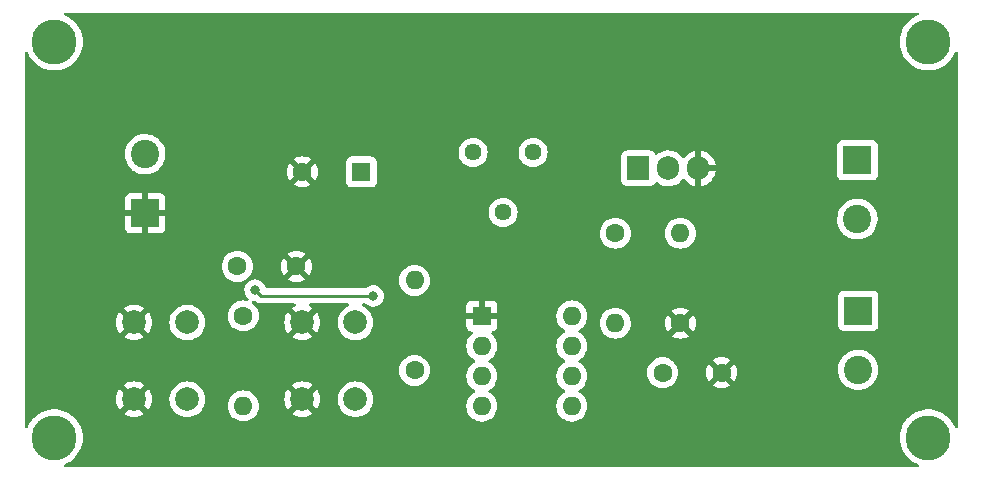
<source format=gbr>
%TF.GenerationSoftware,KiCad,Pcbnew,(6.0.8)*%
%TF.CreationDate,2022-12-14T21:59:04-06:00*%
%TF.ProjectId,Closet Light with timmer,436c6f73-6574-4204-9c69-676874207769,rev?*%
%TF.SameCoordinates,Original*%
%TF.FileFunction,Copper,L2,Bot*%
%TF.FilePolarity,Positive*%
%FSLAX46Y46*%
G04 Gerber Fmt 4.6, Leading zero omitted, Abs format (unit mm)*
G04 Created by KiCad (PCBNEW (6.0.8)) date 2022-12-14 21:59:04*
%MOMM*%
%LPD*%
G01*
G04 APERTURE LIST*
%TA.AperFunction,ComponentPad*%
%ADD10C,2.000000*%
%TD*%
%TA.AperFunction,ComponentPad*%
%ADD11R,2.400000X2.400000*%
%TD*%
%TA.AperFunction,ComponentPad*%
%ADD12C,2.400000*%
%TD*%
%TA.AperFunction,ComponentPad*%
%ADD13R,1.905000X2.000000*%
%TD*%
%TA.AperFunction,ComponentPad*%
%ADD14O,1.905000X2.000000*%
%TD*%
%TA.AperFunction,ComponentPad*%
%ADD15R,1.600000X1.600000*%
%TD*%
%TA.AperFunction,ComponentPad*%
%ADD16O,1.600000X1.600000*%
%TD*%
%TA.AperFunction,ComponentPad*%
%ADD17C,1.600000*%
%TD*%
%TA.AperFunction,ComponentPad*%
%ADD18C,2.600000*%
%TD*%
%TA.AperFunction,ConnectorPad*%
%ADD19C,3.800000*%
%TD*%
%TA.AperFunction,ComponentPad*%
%ADD20C,1.440000*%
%TD*%
%TA.AperFunction,ViaPad*%
%ADD21C,0.800000*%
%TD*%
%TA.AperFunction,Conductor*%
%ADD22C,0.250000*%
%TD*%
G04 APERTURE END LIST*
D10*
%TO.P,SW2,1,1*%
%TO.N,GND*%
X39750000Y-55250000D03*
X39750000Y-48750000D03*
%TO.P,SW2,2,2*%
%TO.N,/START*%
X44250000Y-48750000D03*
X44250000Y-55250000D03*
%TD*%
D11*
%TO.P,J1,1,Pin_1*%
%TO.N,GND*%
X40700000Y-39500000D03*
D12*
%TO.P,J1,2,Pin_2*%
%TO.N,+12V*%
X40700000Y-34500000D03*
%TD*%
D13*
%TO.P,Q1,1,G*%
%TO.N,/Gate*%
X82460000Y-35695000D03*
D14*
%TO.P,Q1,2,D*%
%TO.N,/Drain*%
X85000000Y-35695000D03*
%TO.P,Q1,3,S*%
%TO.N,GND*%
X87540000Y-35695000D03*
%TD*%
D15*
%TO.P,U1,1,GND*%
%TO.N,GND*%
X69200000Y-48200000D03*
D16*
%TO.P,U1,2,TR*%
%TO.N,/START*%
X69200000Y-50740000D03*
%TO.P,U1,3,Q*%
%TO.N,Net-(R4-Pad2)*%
X69200000Y-53280000D03*
%TO.P,U1,4,R*%
%TO.N,/RST*%
X69200000Y-55820000D03*
%TO.P,U1,5,CV*%
%TO.N,Net-(C2-Pad2)*%
X76820000Y-55820000D03*
%TO.P,U1,6,THR*%
%TO.N,Net-(C3-Pad1)*%
X76820000Y-53280000D03*
%TO.P,U1,7,DIS*%
X76820000Y-50740000D03*
%TO.P,U1,8,VCC*%
%TO.N,+12V*%
X76820000Y-48200000D03*
%TD*%
D17*
%TO.P,R5,1*%
%TO.N,GND*%
X86000000Y-48810000D03*
D16*
%TO.P,R5,2*%
%TO.N,/Gate*%
X86000000Y-41190000D03*
%TD*%
D17*
%TO.P,C2,1*%
%TO.N,GND*%
X89500000Y-53000000D03*
%TO.P,C2,2*%
%TO.N,Net-(C2-Pad2)*%
X84500000Y-53000000D03*
%TD*%
D11*
%TO.P,J2,1,Pin_1*%
%TO.N,/START*%
X101000000Y-35000000D03*
D12*
%TO.P,J2,2,Pin_2*%
%TO.N,/RST*%
X101000000Y-40000000D03*
%TD*%
D18*
%TO.P,H3,1*%
%TO.N,N/C*%
X107000000Y-25000000D03*
D19*
X107000000Y-25000000D03*
%TD*%
D18*
%TO.P,H1,1*%
%TO.N,N/C*%
X107000000Y-58500000D03*
D19*
X107000000Y-58500000D03*
%TD*%
D17*
%TO.P,R2,1*%
%TO.N,/START*%
X49000000Y-48190000D03*
D16*
%TO.P,R2,2*%
%TO.N,+12V*%
X49000000Y-55810000D03*
%TD*%
D17*
%TO.P,C1,1*%
%TO.N,/START*%
X48500000Y-44000000D03*
%TO.P,C1,2*%
%TO.N,GND*%
X53500000Y-44000000D03*
%TD*%
D10*
%TO.P,SW1,1,1*%
%TO.N,GND*%
X54000000Y-55250000D03*
X54000000Y-48750000D03*
%TO.P,SW1,2,2*%
%TO.N,/RST*%
X58500000Y-55250000D03*
X58500000Y-48750000D03*
%TD*%
D20*
%TO.P,RV1,1,1*%
%TO.N,Net-(C3-Pad1)*%
X68460000Y-34345000D03*
%TO.P,RV1,2,2*%
%TO.N,+12V*%
X71000000Y-39425000D03*
%TO.P,RV1,3,3*%
%TO.N,unconnected-(RV1-Pad3)*%
X73540000Y-34345000D03*
%TD*%
D18*
%TO.P,H4,1*%
%TO.N,N/C*%
X33000000Y-58500000D03*
D19*
X33000000Y-58500000D03*
%TD*%
D17*
%TO.P,R4,1*%
%TO.N,/Gate*%
X80500000Y-41190000D03*
D16*
%TO.P,R4,2*%
%TO.N,Net-(R4-Pad2)*%
X80500000Y-48810000D03*
%TD*%
D15*
%TO.P,C3,1*%
%TO.N,Net-(C3-Pad1)*%
X59000000Y-36000000D03*
D17*
%TO.P,C3,2*%
%TO.N,GND*%
X54000000Y-36000000D03*
%TD*%
D18*
%TO.P,H2,1*%
%TO.N,N/C*%
X33000000Y-25000000D03*
D19*
X33000000Y-25000000D03*
%TD*%
D11*
%TO.P,J3,1,Pin_1*%
%TO.N,+12V*%
X101050000Y-47750000D03*
D12*
%TO.P,J3,2,Pin_2*%
%TO.N,/Drain*%
X101050000Y-52750000D03*
%TD*%
D17*
%TO.P,R1,1*%
%TO.N,/RST*%
X63500000Y-52810000D03*
D16*
%TO.P,R1,2*%
%TO.N,+12V*%
X63500000Y-45190000D03*
%TD*%
D21*
%TO.N,/START*%
X50000000Y-46000000D03*
X60000000Y-46500000D03*
%TD*%
D22*
%TO.N,/START*%
X50500000Y-46500000D02*
X50000000Y-46000000D01*
X60000000Y-46500000D02*
X50500000Y-46500000D01*
%TD*%
%TA.AperFunction,Conductor*%
%TO.N,GND*%
G36*
X106157792Y-22528502D02*
G01*
X106204285Y-22582158D01*
X106214389Y-22652432D01*
X106184895Y-22717012D01*
X106136055Y-22751652D01*
X105976157Y-22814960D01*
X105976152Y-22814962D01*
X105972483Y-22816415D01*
X105706910Y-22962416D01*
X105461729Y-23140550D01*
X105240808Y-23348008D01*
X105047630Y-23581520D01*
X104885242Y-23837402D01*
X104756206Y-24111619D01*
X104662555Y-24399846D01*
X104605767Y-24697538D01*
X104586738Y-25000000D01*
X104605767Y-25302462D01*
X104662555Y-25600154D01*
X104756206Y-25888381D01*
X104885242Y-26162598D01*
X105047630Y-26418480D01*
X105240808Y-26651992D01*
X105461729Y-26859450D01*
X105706910Y-27037584D01*
X105972483Y-27183585D01*
X105976152Y-27185038D01*
X105976157Y-27185040D01*
X106250591Y-27293696D01*
X106254261Y-27295149D01*
X106547800Y-27370516D01*
X106848470Y-27408500D01*
X107151530Y-27408500D01*
X107452200Y-27370516D01*
X107745739Y-27295149D01*
X107749409Y-27293696D01*
X108023843Y-27185040D01*
X108023848Y-27185038D01*
X108027517Y-27183585D01*
X108293090Y-27037584D01*
X108538271Y-26859450D01*
X108759192Y-26651992D01*
X108952370Y-26418480D01*
X109114758Y-26162598D01*
X109243794Y-25888381D01*
X109245668Y-25882614D01*
X109246004Y-25882123D01*
X109246475Y-25880933D01*
X109246745Y-25881040D01*
X109285743Y-25824009D01*
X109351140Y-25796374D01*
X109421097Y-25808482D01*
X109473402Y-25856490D01*
X109491500Y-25921553D01*
X109491500Y-57578447D01*
X109471498Y-57646568D01*
X109417842Y-57693061D01*
X109347568Y-57703165D01*
X109282988Y-57673671D01*
X109246719Y-57618971D01*
X109246475Y-57619067D01*
X109246019Y-57617915D01*
X109245668Y-57617386D01*
X109245021Y-57615394D01*
X109245019Y-57615388D01*
X109243794Y-57611619D01*
X109114758Y-57337402D01*
X108952370Y-57081520D01*
X108929839Y-57054284D01*
X108851715Y-56959849D01*
X108759192Y-56848008D01*
X108538271Y-56640550D01*
X108293090Y-56462416D01*
X108027517Y-56316415D01*
X108023848Y-56314962D01*
X108023843Y-56314960D01*
X107749409Y-56206304D01*
X107749408Y-56206304D01*
X107745739Y-56204851D01*
X107452200Y-56129484D01*
X107151530Y-56091500D01*
X106848470Y-56091500D01*
X106547800Y-56129484D01*
X106254261Y-56204851D01*
X106250592Y-56206304D01*
X106250591Y-56206304D01*
X105976157Y-56314960D01*
X105976152Y-56314962D01*
X105972483Y-56316415D01*
X105706910Y-56462416D01*
X105461729Y-56640550D01*
X105240808Y-56848008D01*
X105148285Y-56959849D01*
X105070162Y-57054284D01*
X105047630Y-57081520D01*
X104885242Y-57337402D01*
X104756206Y-57611619D01*
X104662555Y-57899846D01*
X104605767Y-58197538D01*
X104586738Y-58500000D01*
X104605767Y-58802462D01*
X104662555Y-59100154D01*
X104756206Y-59388381D01*
X104885242Y-59662598D01*
X105047630Y-59918480D01*
X105240808Y-60151992D01*
X105461729Y-60359450D01*
X105706910Y-60537584D01*
X105972483Y-60683585D01*
X105976152Y-60685038D01*
X105976157Y-60685040D01*
X106136055Y-60748348D01*
X106192029Y-60792023D01*
X106215505Y-60859026D01*
X106199029Y-60928084D01*
X106147833Y-60977273D01*
X106089671Y-60991500D01*
X33910329Y-60991500D01*
X33842208Y-60971498D01*
X33795715Y-60917842D01*
X33785611Y-60847568D01*
X33815105Y-60782988D01*
X33863945Y-60748348D01*
X34023843Y-60685040D01*
X34023848Y-60685038D01*
X34027517Y-60683585D01*
X34293090Y-60537584D01*
X34538271Y-60359450D01*
X34759192Y-60151992D01*
X34952370Y-59918480D01*
X35114758Y-59662598D01*
X35243794Y-59388381D01*
X35337445Y-59100154D01*
X35394233Y-58802462D01*
X35413262Y-58500000D01*
X35394233Y-58197538D01*
X35337445Y-57899846D01*
X35243794Y-57611619D01*
X35114758Y-57337402D01*
X34952370Y-57081520D01*
X34929839Y-57054284D01*
X34851715Y-56959849D01*
X34759192Y-56848008D01*
X34538271Y-56640550D01*
X34320967Y-56482670D01*
X38882160Y-56482670D01*
X38887887Y-56490320D01*
X39059042Y-56595205D01*
X39067837Y-56599687D01*
X39277988Y-56686734D01*
X39287373Y-56689783D01*
X39508554Y-56742885D01*
X39518301Y-56744428D01*
X39745070Y-56762275D01*
X39754930Y-56762275D01*
X39981699Y-56744428D01*
X39991446Y-56742885D01*
X40212627Y-56689783D01*
X40222012Y-56686734D01*
X40432163Y-56599687D01*
X40440958Y-56595205D01*
X40608445Y-56492568D01*
X40617907Y-56482110D01*
X40614124Y-56473334D01*
X39762812Y-55622022D01*
X39748868Y-55614408D01*
X39747035Y-55614539D01*
X39740420Y-55618790D01*
X38888920Y-56470290D01*
X38882160Y-56482670D01*
X34320967Y-56482670D01*
X34293090Y-56462416D01*
X34027517Y-56316415D01*
X34023848Y-56314962D01*
X34023843Y-56314960D01*
X33749409Y-56206304D01*
X33749408Y-56206304D01*
X33745739Y-56204851D01*
X33452200Y-56129484D01*
X33151530Y-56091500D01*
X32848470Y-56091500D01*
X32547800Y-56129484D01*
X32254261Y-56204851D01*
X32250592Y-56206304D01*
X32250591Y-56206304D01*
X31976157Y-56314960D01*
X31976152Y-56314962D01*
X31972483Y-56316415D01*
X31706910Y-56462416D01*
X31461729Y-56640550D01*
X31240808Y-56848008D01*
X31148285Y-56959849D01*
X31070162Y-57054284D01*
X31047630Y-57081520D01*
X30885242Y-57337402D01*
X30756206Y-57611619D01*
X30754981Y-57615388D01*
X30754979Y-57615394D01*
X30754332Y-57617386D01*
X30753996Y-57617877D01*
X30753525Y-57619067D01*
X30753255Y-57618960D01*
X30714257Y-57675991D01*
X30648860Y-57703626D01*
X30578903Y-57691518D01*
X30526598Y-57643510D01*
X30508500Y-57578447D01*
X30508500Y-55254930D01*
X38237725Y-55254930D01*
X38255572Y-55481699D01*
X38257115Y-55491446D01*
X38310217Y-55712627D01*
X38313266Y-55722012D01*
X38400313Y-55932163D01*
X38404795Y-55940958D01*
X38507432Y-56108445D01*
X38517890Y-56117907D01*
X38526666Y-56114124D01*
X39377978Y-55262812D01*
X39384356Y-55251132D01*
X40114408Y-55251132D01*
X40114539Y-55252965D01*
X40118790Y-55259580D01*
X40970290Y-56111080D01*
X40982670Y-56117840D01*
X40990320Y-56112113D01*
X41095205Y-55940958D01*
X41099687Y-55932163D01*
X41186734Y-55722012D01*
X41189783Y-55712627D01*
X41242885Y-55491446D01*
X41244428Y-55481699D01*
X41262275Y-55254930D01*
X41262275Y-55250000D01*
X42736835Y-55250000D01*
X42755465Y-55486711D01*
X42756619Y-55491518D01*
X42756620Y-55491524D01*
X42780722Y-55591913D01*
X42810895Y-55717594D01*
X42812788Y-55722165D01*
X42812789Y-55722167D01*
X42899772Y-55932163D01*
X42901760Y-55936963D01*
X42904346Y-55941183D01*
X43023241Y-56135202D01*
X43023245Y-56135208D01*
X43025824Y-56139416D01*
X43180031Y-56319969D01*
X43360584Y-56474176D01*
X43364792Y-56476755D01*
X43364798Y-56476759D01*
X43558084Y-56595205D01*
X43563037Y-56598240D01*
X43567607Y-56600133D01*
X43567611Y-56600135D01*
X43777833Y-56687211D01*
X43782406Y-56689105D01*
X43862609Y-56708360D01*
X44008476Y-56743380D01*
X44008482Y-56743381D01*
X44013289Y-56744535D01*
X44250000Y-56763165D01*
X44486711Y-56744535D01*
X44491518Y-56743381D01*
X44491524Y-56743380D01*
X44637391Y-56708360D01*
X44717594Y-56689105D01*
X44722167Y-56687211D01*
X44932389Y-56600135D01*
X44932393Y-56600133D01*
X44936963Y-56598240D01*
X44941916Y-56595205D01*
X45135202Y-56476759D01*
X45135208Y-56476755D01*
X45139416Y-56474176D01*
X45319969Y-56319969D01*
X45474176Y-56139416D01*
X45476755Y-56135208D01*
X45476759Y-56135202D01*
X45595654Y-55941183D01*
X45598240Y-55936963D01*
X45600229Y-55932163D01*
X45650830Y-55810000D01*
X47686502Y-55810000D01*
X47706457Y-56038087D01*
X47707881Y-56043400D01*
X47707881Y-56043402D01*
X47751142Y-56204851D01*
X47765716Y-56259243D01*
X47768039Y-56264224D01*
X47768039Y-56264225D01*
X47860151Y-56461762D01*
X47860154Y-56461767D01*
X47862477Y-56466749D01*
X47872636Y-56481257D01*
X47952738Y-56595654D01*
X47993802Y-56654300D01*
X48155700Y-56816198D01*
X48160208Y-56819355D01*
X48160211Y-56819357D01*
X48201129Y-56848008D01*
X48343251Y-56947523D01*
X48348233Y-56949846D01*
X48348238Y-56949849D01*
X48545775Y-57041961D01*
X48550757Y-57044284D01*
X48556065Y-57045706D01*
X48556067Y-57045707D01*
X48766598Y-57102119D01*
X48766600Y-57102119D01*
X48771913Y-57103543D01*
X49000000Y-57123498D01*
X49228087Y-57103543D01*
X49233400Y-57102119D01*
X49233402Y-57102119D01*
X49443933Y-57045707D01*
X49443935Y-57045706D01*
X49449243Y-57044284D01*
X49454225Y-57041961D01*
X49651762Y-56949849D01*
X49651767Y-56949846D01*
X49656749Y-56947523D01*
X49798871Y-56848008D01*
X49839789Y-56819357D01*
X49839792Y-56819355D01*
X49844300Y-56816198D01*
X50006198Y-56654300D01*
X50047263Y-56595654D01*
X50126375Y-56482670D01*
X53132160Y-56482670D01*
X53137887Y-56490320D01*
X53309042Y-56595205D01*
X53317837Y-56599687D01*
X53527988Y-56686734D01*
X53537373Y-56689783D01*
X53758554Y-56742885D01*
X53768301Y-56744428D01*
X53995070Y-56762275D01*
X54004930Y-56762275D01*
X54231699Y-56744428D01*
X54241446Y-56742885D01*
X54462627Y-56689783D01*
X54472012Y-56686734D01*
X54682163Y-56599687D01*
X54690958Y-56595205D01*
X54858445Y-56492568D01*
X54867907Y-56482110D01*
X54864124Y-56473334D01*
X54012812Y-55622022D01*
X53998868Y-55614408D01*
X53997035Y-55614539D01*
X53990420Y-55618790D01*
X53138920Y-56470290D01*
X53132160Y-56482670D01*
X50126375Y-56482670D01*
X50127364Y-56481257D01*
X50137523Y-56466749D01*
X50139846Y-56461767D01*
X50139849Y-56461762D01*
X50231961Y-56264225D01*
X50231961Y-56264224D01*
X50234284Y-56259243D01*
X50248859Y-56204851D01*
X50292119Y-56043402D01*
X50292119Y-56043400D01*
X50293543Y-56038087D01*
X50313498Y-55810000D01*
X50293543Y-55581913D01*
X50268034Y-55486711D01*
X50235707Y-55366067D01*
X50235706Y-55366065D01*
X50234284Y-55360757D01*
X50187105Y-55259580D01*
X50184937Y-55254930D01*
X52487725Y-55254930D01*
X52505572Y-55481699D01*
X52507115Y-55491446D01*
X52560217Y-55712627D01*
X52563266Y-55722012D01*
X52650313Y-55932163D01*
X52654795Y-55940958D01*
X52757432Y-56108445D01*
X52767890Y-56117907D01*
X52776666Y-56114124D01*
X53627978Y-55262812D01*
X53634356Y-55251132D01*
X54364408Y-55251132D01*
X54364539Y-55252965D01*
X54368790Y-55259580D01*
X55220290Y-56111080D01*
X55232670Y-56117840D01*
X55240320Y-56112113D01*
X55345205Y-55940958D01*
X55349687Y-55932163D01*
X55436734Y-55722012D01*
X55439783Y-55712627D01*
X55492885Y-55491446D01*
X55494428Y-55481699D01*
X55512275Y-55254930D01*
X55512275Y-55250000D01*
X56986835Y-55250000D01*
X57005465Y-55486711D01*
X57006619Y-55491518D01*
X57006620Y-55491524D01*
X57030722Y-55591913D01*
X57060895Y-55717594D01*
X57062788Y-55722165D01*
X57062789Y-55722167D01*
X57149772Y-55932163D01*
X57151760Y-55936963D01*
X57154346Y-55941183D01*
X57273241Y-56135202D01*
X57273245Y-56135208D01*
X57275824Y-56139416D01*
X57430031Y-56319969D01*
X57610584Y-56474176D01*
X57614792Y-56476755D01*
X57614798Y-56476759D01*
X57808084Y-56595205D01*
X57813037Y-56598240D01*
X57817607Y-56600133D01*
X57817611Y-56600135D01*
X58027833Y-56687211D01*
X58032406Y-56689105D01*
X58112609Y-56708360D01*
X58258476Y-56743380D01*
X58258482Y-56743381D01*
X58263289Y-56744535D01*
X58500000Y-56763165D01*
X58736711Y-56744535D01*
X58741518Y-56743381D01*
X58741524Y-56743380D01*
X58887391Y-56708360D01*
X58967594Y-56689105D01*
X58972167Y-56687211D01*
X59182389Y-56600135D01*
X59182393Y-56600133D01*
X59186963Y-56598240D01*
X59191916Y-56595205D01*
X59385202Y-56476759D01*
X59385208Y-56476755D01*
X59389416Y-56474176D01*
X59569969Y-56319969D01*
X59724176Y-56139416D01*
X59726755Y-56135208D01*
X59726759Y-56135202D01*
X59845654Y-55941183D01*
X59848240Y-55936963D01*
X59850229Y-55932163D01*
X59896688Y-55820000D01*
X67886502Y-55820000D01*
X67906457Y-56048087D01*
X67907881Y-56053400D01*
X67907881Y-56053402D01*
X67961614Y-56253933D01*
X67965716Y-56269243D01*
X67968039Y-56274224D01*
X67968039Y-56274225D01*
X68060151Y-56471762D01*
X68060154Y-56471767D01*
X68062477Y-56476749D01*
X68065634Y-56481257D01*
X68189529Y-56658197D01*
X68193802Y-56664300D01*
X68355700Y-56826198D01*
X68360208Y-56829355D01*
X68360211Y-56829357D01*
X68438389Y-56884098D01*
X68543251Y-56957523D01*
X68548233Y-56959846D01*
X68548238Y-56959849D01*
X68732363Y-57045707D01*
X68750757Y-57054284D01*
X68756065Y-57055706D01*
X68756067Y-57055707D01*
X68966598Y-57112119D01*
X68966600Y-57112119D01*
X68971913Y-57113543D01*
X69200000Y-57133498D01*
X69428087Y-57113543D01*
X69433400Y-57112119D01*
X69433402Y-57112119D01*
X69643933Y-57055707D01*
X69643935Y-57055706D01*
X69649243Y-57054284D01*
X69667637Y-57045707D01*
X69851762Y-56959849D01*
X69851767Y-56959846D01*
X69856749Y-56957523D01*
X69961611Y-56884098D01*
X70039789Y-56829357D01*
X70039792Y-56829355D01*
X70044300Y-56826198D01*
X70206198Y-56664300D01*
X70210472Y-56658197D01*
X70334366Y-56481257D01*
X70337523Y-56476749D01*
X70339846Y-56471767D01*
X70339849Y-56471762D01*
X70431961Y-56274225D01*
X70431961Y-56274224D01*
X70434284Y-56269243D01*
X70438387Y-56253933D01*
X70492119Y-56053402D01*
X70492119Y-56053400D01*
X70493543Y-56048087D01*
X70513498Y-55820000D01*
X75506502Y-55820000D01*
X75526457Y-56048087D01*
X75527881Y-56053400D01*
X75527881Y-56053402D01*
X75581614Y-56253933D01*
X75585716Y-56269243D01*
X75588039Y-56274224D01*
X75588039Y-56274225D01*
X75680151Y-56471762D01*
X75680154Y-56471767D01*
X75682477Y-56476749D01*
X75685634Y-56481257D01*
X75809529Y-56658197D01*
X75813802Y-56664300D01*
X75975700Y-56826198D01*
X75980208Y-56829355D01*
X75980211Y-56829357D01*
X76058389Y-56884098D01*
X76163251Y-56957523D01*
X76168233Y-56959846D01*
X76168238Y-56959849D01*
X76352363Y-57045707D01*
X76370757Y-57054284D01*
X76376065Y-57055706D01*
X76376067Y-57055707D01*
X76586598Y-57112119D01*
X76586600Y-57112119D01*
X76591913Y-57113543D01*
X76820000Y-57133498D01*
X77048087Y-57113543D01*
X77053400Y-57112119D01*
X77053402Y-57112119D01*
X77263933Y-57055707D01*
X77263935Y-57055706D01*
X77269243Y-57054284D01*
X77287637Y-57045707D01*
X77471762Y-56959849D01*
X77471767Y-56959846D01*
X77476749Y-56957523D01*
X77581611Y-56884098D01*
X77659789Y-56829357D01*
X77659792Y-56829355D01*
X77664300Y-56826198D01*
X77826198Y-56664300D01*
X77830472Y-56658197D01*
X77954366Y-56481257D01*
X77957523Y-56476749D01*
X77959846Y-56471767D01*
X77959849Y-56471762D01*
X78051961Y-56274225D01*
X78051961Y-56274224D01*
X78054284Y-56269243D01*
X78058387Y-56253933D01*
X78112119Y-56053402D01*
X78112119Y-56053400D01*
X78113543Y-56048087D01*
X78133498Y-55820000D01*
X78113543Y-55591913D01*
X78112119Y-55586598D01*
X78055707Y-55376067D01*
X78055706Y-55376065D01*
X78054284Y-55370757D01*
X78002442Y-55259580D01*
X77959849Y-55168238D01*
X77959846Y-55168233D01*
X77957523Y-55163251D01*
X77826198Y-54975700D01*
X77664300Y-54813802D01*
X77659792Y-54810645D01*
X77659789Y-54810643D01*
X77581611Y-54755902D01*
X77476749Y-54682477D01*
X77471767Y-54680154D01*
X77471762Y-54680151D01*
X77437543Y-54664195D01*
X77384258Y-54617278D01*
X77364797Y-54549001D01*
X77385339Y-54481041D01*
X77437543Y-54435805D01*
X77471762Y-54419849D01*
X77471767Y-54419846D01*
X77476749Y-54417523D01*
X77581611Y-54344098D01*
X77659789Y-54289357D01*
X77659792Y-54289355D01*
X77664300Y-54286198D01*
X77826198Y-54124300D01*
X77840733Y-54103543D01*
X77911623Y-54002301D01*
X77957523Y-53936749D01*
X77959846Y-53931767D01*
X77959849Y-53931762D01*
X78051961Y-53734225D01*
X78051961Y-53734224D01*
X78054284Y-53729243D01*
X78058624Y-53713048D01*
X78112119Y-53513402D01*
X78112119Y-53513400D01*
X78113543Y-53508087D01*
X78133498Y-53280000D01*
X78113543Y-53051913D01*
X78112119Y-53046598D01*
X78099633Y-53000000D01*
X83186502Y-53000000D01*
X83206457Y-53228087D01*
X83207881Y-53233400D01*
X83207881Y-53233402D01*
X83263896Y-53442449D01*
X83265716Y-53449243D01*
X83268039Y-53454224D01*
X83268039Y-53454225D01*
X83360151Y-53651762D01*
X83360154Y-53651767D01*
X83362477Y-53656749D01*
X83418554Y-53736835D01*
X83476337Y-53819357D01*
X83493802Y-53844300D01*
X83655700Y-54006198D01*
X83660208Y-54009355D01*
X83660211Y-54009357D01*
X83717554Y-54049509D01*
X83843251Y-54137523D01*
X83848233Y-54139846D01*
X83848238Y-54139849D01*
X84044765Y-54231490D01*
X84050757Y-54234284D01*
X84056065Y-54235706D01*
X84056067Y-54235707D01*
X84266598Y-54292119D01*
X84266600Y-54292119D01*
X84271913Y-54293543D01*
X84500000Y-54313498D01*
X84728087Y-54293543D01*
X84733400Y-54292119D01*
X84733402Y-54292119D01*
X84943933Y-54235707D01*
X84943935Y-54235706D01*
X84949243Y-54234284D01*
X84955235Y-54231490D01*
X85151762Y-54139849D01*
X85151767Y-54139846D01*
X85156749Y-54137523D01*
X85230243Y-54086062D01*
X88778493Y-54086062D01*
X88787789Y-54098077D01*
X88838994Y-54133931D01*
X88848489Y-54139414D01*
X89045947Y-54231490D01*
X89056239Y-54235236D01*
X89266688Y-54291625D01*
X89277481Y-54293528D01*
X89494525Y-54312517D01*
X89505475Y-54312517D01*
X89722519Y-54293528D01*
X89733312Y-54291625D01*
X89943761Y-54235236D01*
X89954053Y-54231490D01*
X90151511Y-54139414D01*
X90161006Y-54133931D01*
X90213048Y-54097491D01*
X90221424Y-54087012D01*
X90214356Y-54073566D01*
X89512812Y-53372022D01*
X89498868Y-53364408D01*
X89497035Y-53364539D01*
X89490420Y-53368790D01*
X88784923Y-54074287D01*
X88778493Y-54086062D01*
X85230243Y-54086062D01*
X85282446Y-54049509D01*
X85339789Y-54009357D01*
X85339792Y-54009355D01*
X85344300Y-54006198D01*
X85506198Y-53844300D01*
X85523664Y-53819357D01*
X85581446Y-53736835D01*
X85637523Y-53656749D01*
X85639846Y-53651767D01*
X85639849Y-53651762D01*
X85731961Y-53454225D01*
X85731961Y-53454224D01*
X85734284Y-53449243D01*
X85736105Y-53442449D01*
X85792119Y-53233402D01*
X85792119Y-53233400D01*
X85793543Y-53228087D01*
X85813019Y-53005475D01*
X88187483Y-53005475D01*
X88206472Y-53222519D01*
X88208375Y-53233312D01*
X88264764Y-53443761D01*
X88268510Y-53454053D01*
X88360586Y-53651511D01*
X88366069Y-53661006D01*
X88402509Y-53713048D01*
X88412988Y-53721424D01*
X88426434Y-53714356D01*
X89127978Y-53012812D01*
X89134356Y-53001132D01*
X89864408Y-53001132D01*
X89864539Y-53002965D01*
X89868790Y-53009580D01*
X90574287Y-53715077D01*
X90586062Y-53721507D01*
X90598077Y-53712211D01*
X90633931Y-53661006D01*
X90639414Y-53651511D01*
X90731490Y-53454053D01*
X90735236Y-53443761D01*
X90791625Y-53233312D01*
X90793528Y-53222519D01*
X90812517Y-53005475D01*
X90812517Y-52994525D01*
X90793528Y-52777481D01*
X90791625Y-52766688D01*
X90775136Y-52705151D01*
X99337296Y-52705151D01*
X99337520Y-52709817D01*
X99337520Y-52709822D01*
X99340252Y-52766688D01*
X99349480Y-52958798D01*
X99399021Y-53207857D01*
X99400600Y-53212255D01*
X99400602Y-53212262D01*
X99456802Y-53368790D01*
X99484831Y-53446858D01*
X99605025Y-53670551D01*
X99607820Y-53674294D01*
X99607822Y-53674297D01*
X99754171Y-53870282D01*
X99754176Y-53870288D01*
X99756963Y-53874020D01*
X99760272Y-53877300D01*
X99760277Y-53877306D01*
X99926376Y-54041961D01*
X99937307Y-54052797D01*
X99941069Y-54055555D01*
X99941072Y-54055558D01*
X100056031Y-54139849D01*
X100142094Y-54202953D01*
X100146229Y-54205129D01*
X100146233Y-54205131D01*
X100204349Y-54235707D01*
X100366827Y-54321191D01*
X100606568Y-54404912D01*
X100856050Y-54452278D01*
X100976532Y-54457011D01*
X101105125Y-54462064D01*
X101105130Y-54462064D01*
X101109793Y-54462247D01*
X101208774Y-54451407D01*
X101357569Y-54435112D01*
X101357575Y-54435111D01*
X101362222Y-54434602D01*
X101418258Y-54419849D01*
X101603273Y-54371138D01*
X101607793Y-54369948D01*
X101740300Y-54313019D01*
X101836807Y-54271557D01*
X101836810Y-54271555D01*
X101841110Y-54269708D01*
X101845090Y-54267245D01*
X101845094Y-54267243D01*
X102053064Y-54138547D01*
X102053066Y-54138545D01*
X102057047Y-54136082D01*
X102097166Y-54102119D01*
X102247289Y-53975031D01*
X102247291Y-53975029D01*
X102250862Y-53972006D01*
X102418295Y-53781084D01*
X102433713Y-53757115D01*
X102553141Y-53571442D01*
X102555669Y-53567512D01*
X102659967Y-53335980D01*
X102728896Y-53091575D01*
X102760943Y-52839667D01*
X102761038Y-52836067D01*
X102763208Y-52753160D01*
X102763291Y-52750000D01*
X102754779Y-52635461D01*
X102744818Y-52501411D01*
X102744817Y-52501407D01*
X102744472Y-52496759D01*
X102731677Y-52440211D01*
X102689459Y-52253639D01*
X102688428Y-52249082D01*
X102652114Y-52155700D01*
X102598084Y-52016762D01*
X102598083Y-52016760D01*
X102596391Y-52012409D01*
X102574601Y-51974284D01*
X102472702Y-51795997D01*
X102472700Y-51795995D01*
X102470383Y-51791940D01*
X102313171Y-51592517D01*
X102128209Y-51418523D01*
X102084483Y-51388189D01*
X101923393Y-51276437D01*
X101923390Y-51276435D01*
X101919561Y-51273779D01*
X101915384Y-51271719D01*
X101915377Y-51271715D01*
X101695996Y-51163528D01*
X101695992Y-51163527D01*
X101691810Y-51161464D01*
X101449960Y-51084047D01*
X101445355Y-51083297D01*
X101203935Y-51043980D01*
X101203934Y-51043980D01*
X101199323Y-51043229D01*
X101072364Y-51041567D01*
X100950083Y-51039966D01*
X100950080Y-51039966D01*
X100945406Y-51039905D01*
X100693787Y-51074149D01*
X100449993Y-51145208D01*
X100219380Y-51251522D01*
X100215471Y-51254085D01*
X100010928Y-51388189D01*
X100010923Y-51388193D01*
X100007015Y-51390755D01*
X99912288Y-51475302D01*
X99866178Y-51516457D01*
X99817562Y-51559848D01*
X99655183Y-51755087D01*
X99523447Y-51972182D01*
X99521638Y-51976496D01*
X99521637Y-51976498D01*
X99446492Y-52155700D01*
X99425246Y-52206365D01*
X99362738Y-52452490D01*
X99337296Y-52705151D01*
X90775136Y-52705151D01*
X90735236Y-52556239D01*
X90731490Y-52545947D01*
X90639414Y-52348489D01*
X90633931Y-52338994D01*
X90597491Y-52286952D01*
X90587012Y-52278576D01*
X90573566Y-52285644D01*
X89872022Y-52987188D01*
X89864408Y-53001132D01*
X89134356Y-53001132D01*
X89135592Y-52998868D01*
X89135461Y-52997035D01*
X89131210Y-52990420D01*
X88425713Y-52284923D01*
X88413938Y-52278493D01*
X88401923Y-52287789D01*
X88366069Y-52338994D01*
X88360586Y-52348489D01*
X88268510Y-52545947D01*
X88264764Y-52556239D01*
X88208375Y-52766688D01*
X88206472Y-52777481D01*
X88187483Y-52994525D01*
X88187483Y-53005475D01*
X85813019Y-53005475D01*
X85813498Y-53000000D01*
X85793543Y-52771913D01*
X85788518Y-52753160D01*
X85735707Y-52556067D01*
X85735706Y-52556065D01*
X85734284Y-52550757D01*
X85711274Y-52501411D01*
X85639849Y-52348238D01*
X85639846Y-52348233D01*
X85637523Y-52343251D01*
X85506198Y-52155700D01*
X85344300Y-51993802D01*
X85339792Y-51990645D01*
X85339789Y-51990643D01*
X85228886Y-51912988D01*
X88778576Y-51912988D01*
X88785644Y-51926434D01*
X89487188Y-52627978D01*
X89501132Y-52635592D01*
X89502965Y-52635461D01*
X89509580Y-52631210D01*
X90215077Y-51925713D01*
X90221507Y-51913938D01*
X90212211Y-51901923D01*
X90161006Y-51866069D01*
X90151511Y-51860586D01*
X89954053Y-51768510D01*
X89943761Y-51764764D01*
X89733312Y-51708375D01*
X89722519Y-51706472D01*
X89505475Y-51687483D01*
X89494525Y-51687483D01*
X89277481Y-51706472D01*
X89266688Y-51708375D01*
X89056239Y-51764764D01*
X89045947Y-51768510D01*
X88848489Y-51860586D01*
X88838994Y-51866069D01*
X88786952Y-51902509D01*
X88778576Y-51912988D01*
X85228886Y-51912988D01*
X85213920Y-51902509D01*
X85156749Y-51862477D01*
X85151767Y-51860154D01*
X85151762Y-51860151D01*
X84954225Y-51768039D01*
X84954224Y-51768039D01*
X84949243Y-51765716D01*
X84943935Y-51764294D01*
X84943933Y-51764293D01*
X84733402Y-51707881D01*
X84733400Y-51707881D01*
X84728087Y-51706457D01*
X84500000Y-51686502D01*
X84271913Y-51706457D01*
X84266600Y-51707881D01*
X84266598Y-51707881D01*
X84056067Y-51764293D01*
X84056065Y-51764294D01*
X84050757Y-51765716D01*
X84045776Y-51768039D01*
X84045775Y-51768039D01*
X83848238Y-51860151D01*
X83848233Y-51860154D01*
X83843251Y-51862477D01*
X83786080Y-51902509D01*
X83660211Y-51990643D01*
X83660208Y-51990645D01*
X83655700Y-51993802D01*
X83493802Y-52155700D01*
X83362477Y-52343251D01*
X83360154Y-52348233D01*
X83360151Y-52348238D01*
X83288726Y-52501411D01*
X83265716Y-52550757D01*
X83264294Y-52556065D01*
X83264293Y-52556067D01*
X83211482Y-52753160D01*
X83206457Y-52771913D01*
X83186502Y-53000000D01*
X78099633Y-53000000D01*
X78055707Y-52836067D01*
X78055706Y-52836065D01*
X78054284Y-52830757D01*
X78026845Y-52771913D01*
X77959849Y-52628238D01*
X77959846Y-52628233D01*
X77957523Y-52623251D01*
X77884098Y-52518389D01*
X77829357Y-52440211D01*
X77829355Y-52440208D01*
X77826198Y-52435700D01*
X77664300Y-52273802D01*
X77659792Y-52270645D01*
X77659789Y-52270643D01*
X77561828Y-52202050D01*
X77476749Y-52142477D01*
X77471767Y-52140154D01*
X77471762Y-52140151D01*
X77437543Y-52124195D01*
X77384258Y-52077278D01*
X77364797Y-52009001D01*
X77385339Y-51941041D01*
X77437543Y-51895805D01*
X77471762Y-51879849D01*
X77471767Y-51879846D01*
X77476749Y-51877523D01*
X77604212Y-51788272D01*
X77659789Y-51749357D01*
X77659792Y-51749355D01*
X77664300Y-51746198D01*
X77826198Y-51584300D01*
X77840800Y-51563447D01*
X77887675Y-51496502D01*
X77957523Y-51396749D01*
X77959846Y-51391767D01*
X77959849Y-51391762D01*
X78051961Y-51194225D01*
X78051961Y-51194224D01*
X78054284Y-51189243D01*
X78061175Y-51163528D01*
X78112119Y-50973402D01*
X78112119Y-50973400D01*
X78113543Y-50968087D01*
X78133498Y-50740000D01*
X78113543Y-50511913D01*
X78054284Y-50290757D01*
X78041003Y-50262275D01*
X77959849Y-50088238D01*
X77959846Y-50088233D01*
X77957523Y-50083251D01*
X77862485Y-49947523D01*
X77829357Y-49900211D01*
X77829355Y-49900208D01*
X77826198Y-49895700D01*
X77664300Y-49733802D01*
X77659792Y-49730645D01*
X77659789Y-49730643D01*
X77581045Y-49675506D01*
X77476749Y-49602477D01*
X77471767Y-49600154D01*
X77471762Y-49600151D01*
X77437543Y-49584195D01*
X77384258Y-49537278D01*
X77364797Y-49469001D01*
X77385339Y-49401041D01*
X77437543Y-49355805D01*
X77471762Y-49339849D01*
X77471767Y-49339846D01*
X77476749Y-49337523D01*
X77641494Y-49222167D01*
X77659789Y-49209357D01*
X77659792Y-49209355D01*
X77664300Y-49206198D01*
X77826198Y-49044300D01*
X77830472Y-49038197D01*
X77954366Y-48861257D01*
X77957523Y-48856749D01*
X77959846Y-48851767D01*
X77959849Y-48851762D01*
X77979323Y-48810000D01*
X79186502Y-48810000D01*
X79206457Y-49038087D01*
X79207881Y-49043400D01*
X79207881Y-49043402D01*
X79251503Y-49206198D01*
X79265716Y-49259243D01*
X79268039Y-49264224D01*
X79268039Y-49264225D01*
X79360151Y-49461762D01*
X79360154Y-49461767D01*
X79362477Y-49466749D01*
X79389636Y-49505536D01*
X79459726Y-49605634D01*
X79493802Y-49654300D01*
X79655700Y-49816198D01*
X79660208Y-49819355D01*
X79660211Y-49819357D01*
X79665667Y-49823177D01*
X79843251Y-49947523D01*
X79848233Y-49949846D01*
X79848238Y-49949849D01*
X80044765Y-50041490D01*
X80050757Y-50044284D01*
X80056065Y-50045706D01*
X80056067Y-50045707D01*
X80266598Y-50102119D01*
X80266600Y-50102119D01*
X80271913Y-50103543D01*
X80500000Y-50123498D01*
X80728087Y-50103543D01*
X80733400Y-50102119D01*
X80733402Y-50102119D01*
X80943933Y-50045707D01*
X80943935Y-50045706D01*
X80949243Y-50044284D01*
X80955235Y-50041490D01*
X81151762Y-49949849D01*
X81151767Y-49949846D01*
X81156749Y-49947523D01*
X81230243Y-49896062D01*
X85278493Y-49896062D01*
X85287789Y-49908077D01*
X85338994Y-49943931D01*
X85348489Y-49949414D01*
X85545947Y-50041490D01*
X85556239Y-50045236D01*
X85766688Y-50101625D01*
X85777481Y-50103528D01*
X85994525Y-50122517D01*
X86005475Y-50122517D01*
X86222519Y-50103528D01*
X86233312Y-50101625D01*
X86443761Y-50045236D01*
X86454053Y-50041490D01*
X86651511Y-49949414D01*
X86661006Y-49943931D01*
X86713048Y-49907491D01*
X86721424Y-49897012D01*
X86714356Y-49883566D01*
X86012812Y-49182022D01*
X85998868Y-49174408D01*
X85997035Y-49174539D01*
X85990420Y-49178790D01*
X85284923Y-49884287D01*
X85278493Y-49896062D01*
X81230243Y-49896062D01*
X81334333Y-49823177D01*
X81339789Y-49819357D01*
X81339792Y-49819355D01*
X81344300Y-49816198D01*
X81506198Y-49654300D01*
X81540275Y-49605634D01*
X81610364Y-49505536D01*
X81637523Y-49466749D01*
X81639846Y-49461767D01*
X81639849Y-49461762D01*
X81731961Y-49264225D01*
X81731961Y-49264224D01*
X81734284Y-49259243D01*
X81748498Y-49206198D01*
X81792119Y-49043402D01*
X81792119Y-49043400D01*
X81793543Y-49038087D01*
X81813019Y-48815475D01*
X84687483Y-48815475D01*
X84706472Y-49032519D01*
X84708375Y-49043312D01*
X84764764Y-49253761D01*
X84768510Y-49264053D01*
X84860586Y-49461511D01*
X84866069Y-49471006D01*
X84902509Y-49523048D01*
X84912988Y-49531424D01*
X84926434Y-49524356D01*
X85627978Y-48822812D01*
X85634356Y-48811132D01*
X86364408Y-48811132D01*
X86364539Y-48812965D01*
X86368790Y-48819580D01*
X87074287Y-49525077D01*
X87086062Y-49531507D01*
X87098077Y-49522211D01*
X87133931Y-49471006D01*
X87139414Y-49461511D01*
X87231490Y-49264053D01*
X87235236Y-49253761D01*
X87291625Y-49043312D01*
X87293528Y-49032519D01*
X87296536Y-48998134D01*
X99341500Y-48998134D01*
X99348255Y-49060316D01*
X99399385Y-49196705D01*
X99486739Y-49313261D01*
X99603295Y-49400615D01*
X99739684Y-49451745D01*
X99801866Y-49458500D01*
X102298134Y-49458500D01*
X102360316Y-49451745D01*
X102496705Y-49400615D01*
X102613261Y-49313261D01*
X102700615Y-49196705D01*
X102751745Y-49060316D01*
X102758500Y-48998134D01*
X102758500Y-46501866D01*
X102751745Y-46439684D01*
X102700615Y-46303295D01*
X102613261Y-46186739D01*
X102496705Y-46099385D01*
X102360316Y-46048255D01*
X102298134Y-46041500D01*
X99801866Y-46041500D01*
X99739684Y-46048255D01*
X99603295Y-46099385D01*
X99486739Y-46186739D01*
X99399385Y-46303295D01*
X99348255Y-46439684D01*
X99341500Y-46501866D01*
X99341500Y-48998134D01*
X87296536Y-48998134D01*
X87312517Y-48815475D01*
X87312517Y-48804525D01*
X87293528Y-48587481D01*
X87291625Y-48576688D01*
X87235236Y-48366239D01*
X87231490Y-48355947D01*
X87139414Y-48158489D01*
X87133931Y-48148994D01*
X87097491Y-48096952D01*
X87087012Y-48088576D01*
X87073566Y-48095644D01*
X86372022Y-48797188D01*
X86364408Y-48811132D01*
X85634356Y-48811132D01*
X85635592Y-48808868D01*
X85635461Y-48807035D01*
X85631210Y-48800420D01*
X84925713Y-48094923D01*
X84913938Y-48088493D01*
X84901923Y-48097789D01*
X84866069Y-48148994D01*
X84860586Y-48158489D01*
X84768510Y-48355947D01*
X84764764Y-48366239D01*
X84708375Y-48576688D01*
X84706472Y-48587481D01*
X84687483Y-48804525D01*
X84687483Y-48815475D01*
X81813019Y-48815475D01*
X81813498Y-48810000D01*
X81793543Y-48581913D01*
X81775155Y-48513289D01*
X81735707Y-48366067D01*
X81735706Y-48366065D01*
X81734284Y-48360757D01*
X81700065Y-48287373D01*
X81639849Y-48158238D01*
X81639846Y-48158233D01*
X81637523Y-48153251D01*
X81514386Y-47977393D01*
X81509357Y-47970211D01*
X81509355Y-47970208D01*
X81506198Y-47965700D01*
X81344300Y-47803802D01*
X81339792Y-47800645D01*
X81339789Y-47800643D01*
X81228886Y-47722988D01*
X85278576Y-47722988D01*
X85285644Y-47736434D01*
X85987188Y-48437978D01*
X86001132Y-48445592D01*
X86002965Y-48445461D01*
X86009580Y-48441210D01*
X86715077Y-47735713D01*
X86721507Y-47723938D01*
X86712211Y-47711923D01*
X86661006Y-47676069D01*
X86651511Y-47670586D01*
X86454053Y-47578510D01*
X86443761Y-47574764D01*
X86233312Y-47518375D01*
X86222519Y-47516472D01*
X86005475Y-47497483D01*
X85994525Y-47497483D01*
X85777481Y-47516472D01*
X85766688Y-47518375D01*
X85556239Y-47574764D01*
X85545947Y-47578510D01*
X85348489Y-47670586D01*
X85338994Y-47676069D01*
X85286952Y-47712509D01*
X85278576Y-47722988D01*
X81228886Y-47722988D01*
X81213920Y-47712509D01*
X81156749Y-47672477D01*
X81151767Y-47670154D01*
X81151762Y-47670151D01*
X80954225Y-47578039D01*
X80954224Y-47578039D01*
X80949243Y-47575716D01*
X80943935Y-47574294D01*
X80943933Y-47574293D01*
X80733402Y-47517881D01*
X80733400Y-47517881D01*
X80728087Y-47516457D01*
X80500000Y-47496502D01*
X80271913Y-47516457D01*
X80266600Y-47517881D01*
X80266598Y-47517881D01*
X80056067Y-47574293D01*
X80056065Y-47574294D01*
X80050757Y-47575716D01*
X80045776Y-47578039D01*
X80045775Y-47578039D01*
X79848238Y-47670151D01*
X79848233Y-47670154D01*
X79843251Y-47672477D01*
X79786080Y-47712509D01*
X79660211Y-47800643D01*
X79660208Y-47800645D01*
X79655700Y-47803802D01*
X79493802Y-47965700D01*
X79490645Y-47970208D01*
X79490643Y-47970211D01*
X79485614Y-47977393D01*
X79362477Y-48153251D01*
X79360154Y-48158233D01*
X79360151Y-48158238D01*
X79299935Y-48287373D01*
X79265716Y-48360757D01*
X79264294Y-48366065D01*
X79264293Y-48366067D01*
X79224845Y-48513289D01*
X79206457Y-48581913D01*
X79186502Y-48810000D01*
X77979323Y-48810000D01*
X78051961Y-48654225D01*
X78051961Y-48654224D01*
X78054284Y-48649243D01*
X78058387Y-48633933D01*
X78112119Y-48433402D01*
X78112119Y-48433400D01*
X78113543Y-48428087D01*
X78133498Y-48200000D01*
X78113543Y-47971913D01*
X78111878Y-47965700D01*
X78055707Y-47756067D01*
X78055706Y-47756065D01*
X78054284Y-47750757D01*
X78021304Y-47680031D01*
X77959849Y-47548238D01*
X77959846Y-47548233D01*
X77957523Y-47543251D01*
X77863169Y-47408500D01*
X77829357Y-47360211D01*
X77829355Y-47360208D01*
X77826198Y-47355700D01*
X77664300Y-47193802D01*
X77659792Y-47190645D01*
X77659789Y-47190643D01*
X77566535Y-47125346D01*
X77476749Y-47062477D01*
X77471767Y-47060154D01*
X77471762Y-47060151D01*
X77274225Y-46968039D01*
X77274224Y-46968039D01*
X77269243Y-46965716D01*
X77263935Y-46964294D01*
X77263933Y-46964293D01*
X77053402Y-46907881D01*
X77053400Y-46907881D01*
X77048087Y-46906457D01*
X76820000Y-46886502D01*
X76591913Y-46906457D01*
X76586600Y-46907881D01*
X76586598Y-46907881D01*
X76376067Y-46964293D01*
X76376065Y-46964294D01*
X76370757Y-46965716D01*
X76365776Y-46968039D01*
X76365775Y-46968039D01*
X76168238Y-47060151D01*
X76168233Y-47060154D01*
X76163251Y-47062477D01*
X76073465Y-47125346D01*
X75980211Y-47190643D01*
X75980208Y-47190645D01*
X75975700Y-47193802D01*
X75813802Y-47355700D01*
X75810645Y-47360208D01*
X75810643Y-47360211D01*
X75776831Y-47408500D01*
X75682477Y-47543251D01*
X75680154Y-47548233D01*
X75680151Y-47548238D01*
X75618696Y-47680031D01*
X75585716Y-47750757D01*
X75584294Y-47756065D01*
X75584293Y-47756067D01*
X75528122Y-47965700D01*
X75526457Y-47971913D01*
X75506502Y-48200000D01*
X75526457Y-48428087D01*
X75527881Y-48433400D01*
X75527881Y-48433402D01*
X75581614Y-48633933D01*
X75585716Y-48649243D01*
X75588039Y-48654224D01*
X75588039Y-48654225D01*
X75680151Y-48851762D01*
X75680154Y-48851767D01*
X75682477Y-48856749D01*
X75685634Y-48861257D01*
X75809529Y-49038197D01*
X75813802Y-49044300D01*
X75975700Y-49206198D01*
X75980208Y-49209355D01*
X75980211Y-49209357D01*
X75998506Y-49222167D01*
X76163251Y-49337523D01*
X76168233Y-49339846D01*
X76168238Y-49339849D01*
X76202457Y-49355805D01*
X76255742Y-49402722D01*
X76275203Y-49470999D01*
X76254661Y-49538959D01*
X76202457Y-49584195D01*
X76168238Y-49600151D01*
X76168233Y-49600154D01*
X76163251Y-49602477D01*
X76058955Y-49675506D01*
X75980211Y-49730643D01*
X75980208Y-49730645D01*
X75975700Y-49733802D01*
X75813802Y-49895700D01*
X75810645Y-49900208D01*
X75810643Y-49900211D01*
X75777515Y-49947523D01*
X75682477Y-50083251D01*
X75680154Y-50088233D01*
X75680151Y-50088238D01*
X75598997Y-50262275D01*
X75585716Y-50290757D01*
X75526457Y-50511913D01*
X75506502Y-50740000D01*
X75526457Y-50968087D01*
X75527881Y-50973400D01*
X75527881Y-50973402D01*
X75578826Y-51163528D01*
X75585716Y-51189243D01*
X75588039Y-51194224D01*
X75588039Y-51194225D01*
X75680151Y-51391762D01*
X75680154Y-51391767D01*
X75682477Y-51396749D01*
X75752325Y-51496502D01*
X75799201Y-51563447D01*
X75813802Y-51584300D01*
X75975700Y-51746198D01*
X75980208Y-51749355D01*
X75980211Y-51749357D01*
X76035788Y-51788272D01*
X76163251Y-51877523D01*
X76168233Y-51879846D01*
X76168238Y-51879849D01*
X76202457Y-51895805D01*
X76255742Y-51942722D01*
X76275203Y-52010999D01*
X76254661Y-52078959D01*
X76202457Y-52124195D01*
X76168238Y-52140151D01*
X76168233Y-52140154D01*
X76163251Y-52142477D01*
X76078172Y-52202050D01*
X75980211Y-52270643D01*
X75980208Y-52270645D01*
X75975700Y-52273802D01*
X75813802Y-52435700D01*
X75810645Y-52440208D01*
X75810643Y-52440211D01*
X75755902Y-52518389D01*
X75682477Y-52623251D01*
X75680154Y-52628233D01*
X75680151Y-52628238D01*
X75613155Y-52771913D01*
X75585716Y-52830757D01*
X75584294Y-52836065D01*
X75584293Y-52836067D01*
X75527881Y-53046598D01*
X75526457Y-53051913D01*
X75506502Y-53280000D01*
X75526457Y-53508087D01*
X75527881Y-53513400D01*
X75527881Y-53513402D01*
X75581377Y-53713048D01*
X75585716Y-53729243D01*
X75588039Y-53734224D01*
X75588039Y-53734225D01*
X75680151Y-53931762D01*
X75680154Y-53931767D01*
X75682477Y-53936749D01*
X75728377Y-54002301D01*
X75799268Y-54103543D01*
X75813802Y-54124300D01*
X75975700Y-54286198D01*
X75980208Y-54289355D01*
X75980211Y-54289357D01*
X76058389Y-54344098D01*
X76163251Y-54417523D01*
X76168233Y-54419846D01*
X76168238Y-54419849D01*
X76202457Y-54435805D01*
X76255742Y-54482722D01*
X76275203Y-54550999D01*
X76254661Y-54618959D01*
X76202457Y-54664195D01*
X76168238Y-54680151D01*
X76168233Y-54680154D01*
X76163251Y-54682477D01*
X76058389Y-54755902D01*
X75980211Y-54810643D01*
X75980208Y-54810645D01*
X75975700Y-54813802D01*
X75813802Y-54975700D01*
X75682477Y-55163251D01*
X75680154Y-55168233D01*
X75680151Y-55168238D01*
X75637558Y-55259580D01*
X75585716Y-55370757D01*
X75584294Y-55376065D01*
X75584293Y-55376067D01*
X75527881Y-55586598D01*
X75526457Y-55591913D01*
X75506502Y-55820000D01*
X70513498Y-55820000D01*
X70493543Y-55591913D01*
X70492119Y-55586598D01*
X70435707Y-55376067D01*
X70435706Y-55376065D01*
X70434284Y-55370757D01*
X70382442Y-55259580D01*
X70339849Y-55168238D01*
X70339846Y-55168233D01*
X70337523Y-55163251D01*
X70206198Y-54975700D01*
X70044300Y-54813802D01*
X70039792Y-54810645D01*
X70039789Y-54810643D01*
X69961611Y-54755902D01*
X69856749Y-54682477D01*
X69851767Y-54680154D01*
X69851762Y-54680151D01*
X69817543Y-54664195D01*
X69764258Y-54617278D01*
X69744797Y-54549001D01*
X69765339Y-54481041D01*
X69817543Y-54435805D01*
X69851762Y-54419849D01*
X69851767Y-54419846D01*
X69856749Y-54417523D01*
X69961611Y-54344098D01*
X70039789Y-54289357D01*
X70039792Y-54289355D01*
X70044300Y-54286198D01*
X70206198Y-54124300D01*
X70220733Y-54103543D01*
X70291623Y-54002301D01*
X70337523Y-53936749D01*
X70339846Y-53931767D01*
X70339849Y-53931762D01*
X70431961Y-53734225D01*
X70431961Y-53734224D01*
X70434284Y-53729243D01*
X70438624Y-53713048D01*
X70492119Y-53513402D01*
X70492119Y-53513400D01*
X70493543Y-53508087D01*
X70513498Y-53280000D01*
X70493543Y-53051913D01*
X70492119Y-53046598D01*
X70435707Y-52836067D01*
X70435706Y-52836065D01*
X70434284Y-52830757D01*
X70406845Y-52771913D01*
X70339849Y-52628238D01*
X70339846Y-52628233D01*
X70337523Y-52623251D01*
X70264098Y-52518389D01*
X70209357Y-52440211D01*
X70209355Y-52440208D01*
X70206198Y-52435700D01*
X70044300Y-52273802D01*
X70039792Y-52270645D01*
X70039789Y-52270643D01*
X69941828Y-52202050D01*
X69856749Y-52142477D01*
X69851767Y-52140154D01*
X69851762Y-52140151D01*
X69817543Y-52124195D01*
X69764258Y-52077278D01*
X69744797Y-52009001D01*
X69765339Y-51941041D01*
X69817543Y-51895805D01*
X69851762Y-51879849D01*
X69851767Y-51879846D01*
X69856749Y-51877523D01*
X69984212Y-51788272D01*
X70039789Y-51749357D01*
X70039792Y-51749355D01*
X70044300Y-51746198D01*
X70206198Y-51584300D01*
X70220800Y-51563447D01*
X70267675Y-51496502D01*
X70337523Y-51396749D01*
X70339846Y-51391767D01*
X70339849Y-51391762D01*
X70431961Y-51194225D01*
X70431961Y-51194224D01*
X70434284Y-51189243D01*
X70441175Y-51163528D01*
X70492119Y-50973402D01*
X70492119Y-50973400D01*
X70493543Y-50968087D01*
X70513498Y-50740000D01*
X70493543Y-50511913D01*
X70434284Y-50290757D01*
X70421003Y-50262275D01*
X70339849Y-50088238D01*
X70339846Y-50088233D01*
X70337523Y-50083251D01*
X70242485Y-49947523D01*
X70209357Y-49900211D01*
X70209355Y-49900208D01*
X70206198Y-49895700D01*
X70044300Y-49733802D01*
X70039789Y-49730643D01*
X70035576Y-49727108D01*
X70036388Y-49726140D01*
X69995910Y-49675506D01*
X69988596Y-49604887D01*
X70020624Y-49541524D01*
X70081823Y-49505536D01*
X70098901Y-49502480D01*
X70102352Y-49502105D01*
X70117604Y-49498479D01*
X70238054Y-49453324D01*
X70253649Y-49444786D01*
X70355724Y-49368285D01*
X70368285Y-49355724D01*
X70444786Y-49253649D01*
X70453324Y-49238054D01*
X70498478Y-49117606D01*
X70502105Y-49102351D01*
X70507631Y-49051486D01*
X70508000Y-49044672D01*
X70508000Y-48472115D01*
X70503525Y-48456876D01*
X70502135Y-48455671D01*
X70494452Y-48454000D01*
X67910116Y-48454000D01*
X67894877Y-48458475D01*
X67893672Y-48459865D01*
X67892001Y-48467548D01*
X67892001Y-49044669D01*
X67892371Y-49051490D01*
X67897895Y-49102352D01*
X67901521Y-49117604D01*
X67946676Y-49238054D01*
X67955214Y-49253649D01*
X68031715Y-49355724D01*
X68044276Y-49368285D01*
X68146351Y-49444786D01*
X68161946Y-49453324D01*
X68282394Y-49498478D01*
X68297643Y-49502104D01*
X68301096Y-49502479D01*
X68303606Y-49503522D01*
X68305331Y-49503932D01*
X68305265Y-49504211D01*
X68366659Y-49529719D01*
X68407088Y-49588080D01*
X68409546Y-49659034D01*
X68373253Y-49720054D01*
X68361760Y-49729344D01*
X68360214Y-49730641D01*
X68355700Y-49733802D01*
X68193802Y-49895700D01*
X68190645Y-49900208D01*
X68190643Y-49900211D01*
X68157515Y-49947523D01*
X68062477Y-50083251D01*
X68060154Y-50088233D01*
X68060151Y-50088238D01*
X67978997Y-50262275D01*
X67965716Y-50290757D01*
X67906457Y-50511913D01*
X67886502Y-50740000D01*
X67906457Y-50968087D01*
X67907881Y-50973400D01*
X67907881Y-50973402D01*
X67958826Y-51163528D01*
X67965716Y-51189243D01*
X67968039Y-51194224D01*
X67968039Y-51194225D01*
X68060151Y-51391762D01*
X68060154Y-51391767D01*
X68062477Y-51396749D01*
X68132325Y-51496502D01*
X68179201Y-51563447D01*
X68193802Y-51584300D01*
X68355700Y-51746198D01*
X68360208Y-51749355D01*
X68360211Y-51749357D01*
X68415788Y-51788272D01*
X68543251Y-51877523D01*
X68548233Y-51879846D01*
X68548238Y-51879849D01*
X68582457Y-51895805D01*
X68635742Y-51942722D01*
X68655203Y-52010999D01*
X68634661Y-52078959D01*
X68582457Y-52124195D01*
X68548238Y-52140151D01*
X68548233Y-52140154D01*
X68543251Y-52142477D01*
X68458172Y-52202050D01*
X68360211Y-52270643D01*
X68360208Y-52270645D01*
X68355700Y-52273802D01*
X68193802Y-52435700D01*
X68190645Y-52440208D01*
X68190643Y-52440211D01*
X68135902Y-52518389D01*
X68062477Y-52623251D01*
X68060154Y-52628233D01*
X68060151Y-52628238D01*
X67993155Y-52771913D01*
X67965716Y-52830757D01*
X67964294Y-52836065D01*
X67964293Y-52836067D01*
X67907881Y-53046598D01*
X67906457Y-53051913D01*
X67886502Y-53280000D01*
X67906457Y-53508087D01*
X67907881Y-53513400D01*
X67907881Y-53513402D01*
X67961377Y-53713048D01*
X67965716Y-53729243D01*
X67968039Y-53734224D01*
X67968039Y-53734225D01*
X68060151Y-53931762D01*
X68060154Y-53931767D01*
X68062477Y-53936749D01*
X68108377Y-54002301D01*
X68179268Y-54103543D01*
X68193802Y-54124300D01*
X68355700Y-54286198D01*
X68360208Y-54289355D01*
X68360211Y-54289357D01*
X68438389Y-54344098D01*
X68543251Y-54417523D01*
X68548233Y-54419846D01*
X68548238Y-54419849D01*
X68582457Y-54435805D01*
X68635742Y-54482722D01*
X68655203Y-54550999D01*
X68634661Y-54618959D01*
X68582457Y-54664195D01*
X68548238Y-54680151D01*
X68548233Y-54680154D01*
X68543251Y-54682477D01*
X68438389Y-54755902D01*
X68360211Y-54810643D01*
X68360208Y-54810645D01*
X68355700Y-54813802D01*
X68193802Y-54975700D01*
X68062477Y-55163251D01*
X68060154Y-55168233D01*
X68060151Y-55168238D01*
X68017558Y-55259580D01*
X67965716Y-55370757D01*
X67964294Y-55376065D01*
X67964293Y-55376067D01*
X67907881Y-55586598D01*
X67906457Y-55591913D01*
X67886502Y-55820000D01*
X59896688Y-55820000D01*
X59937211Y-55722167D01*
X59937212Y-55722165D01*
X59939105Y-55717594D01*
X59969278Y-55591913D01*
X59993380Y-55491524D01*
X59993381Y-55491518D01*
X59994535Y-55486711D01*
X60013165Y-55250000D01*
X59994535Y-55013289D01*
X59982175Y-54961803D01*
X59940260Y-54787218D01*
X59939105Y-54782406D01*
X59899021Y-54685634D01*
X59850135Y-54567611D01*
X59850133Y-54567607D01*
X59848240Y-54563037D01*
X59797993Y-54481041D01*
X59726759Y-54364798D01*
X59726755Y-54364792D01*
X59724176Y-54360584D01*
X59569969Y-54180031D01*
X59389416Y-54025824D01*
X59385208Y-54023245D01*
X59385202Y-54023241D01*
X59191183Y-53904346D01*
X59186963Y-53901760D01*
X59182393Y-53899867D01*
X59182389Y-53899865D01*
X58972167Y-53812789D01*
X58972165Y-53812788D01*
X58967594Y-53810895D01*
X58858055Y-53784597D01*
X58741524Y-53756620D01*
X58741518Y-53756619D01*
X58736711Y-53755465D01*
X58500000Y-53736835D01*
X58263289Y-53755465D01*
X58258482Y-53756619D01*
X58258476Y-53756620D01*
X58141945Y-53784597D01*
X58032406Y-53810895D01*
X58027835Y-53812788D01*
X58027833Y-53812789D01*
X57817611Y-53899865D01*
X57817607Y-53899867D01*
X57813037Y-53901760D01*
X57808817Y-53904346D01*
X57614798Y-54023241D01*
X57614792Y-54023245D01*
X57610584Y-54025824D01*
X57430031Y-54180031D01*
X57275824Y-54360584D01*
X57273245Y-54364792D01*
X57273241Y-54364798D01*
X57202007Y-54481041D01*
X57151760Y-54563037D01*
X57149867Y-54567607D01*
X57149865Y-54567611D01*
X57100979Y-54685634D01*
X57060895Y-54782406D01*
X57059740Y-54787218D01*
X57017826Y-54961803D01*
X57005465Y-55013289D01*
X56986835Y-55250000D01*
X55512275Y-55250000D01*
X55512275Y-55245070D01*
X55494428Y-55018301D01*
X55492885Y-55008554D01*
X55439783Y-54787373D01*
X55436734Y-54777988D01*
X55349687Y-54567837D01*
X55345205Y-54559042D01*
X55242568Y-54391555D01*
X55232110Y-54382093D01*
X55223334Y-54385876D01*
X54372022Y-55237188D01*
X54364408Y-55251132D01*
X53634356Y-55251132D01*
X53635592Y-55248868D01*
X53635461Y-55247035D01*
X53631210Y-55240420D01*
X52779710Y-54388920D01*
X52767330Y-54382160D01*
X52759680Y-54387887D01*
X52654795Y-54559042D01*
X52650313Y-54567837D01*
X52563266Y-54777988D01*
X52560217Y-54787373D01*
X52507115Y-55008554D01*
X52505572Y-55018301D01*
X52487725Y-55245070D01*
X52487725Y-55254930D01*
X50184937Y-55254930D01*
X50139849Y-55158238D01*
X50139846Y-55158233D01*
X50137523Y-55153251D01*
X50013200Y-54975700D01*
X50009357Y-54970211D01*
X50009355Y-54970208D01*
X50006198Y-54965700D01*
X49844300Y-54803802D01*
X49839792Y-54800645D01*
X49839789Y-54800643D01*
X49671030Y-54682477D01*
X49656749Y-54672477D01*
X49651767Y-54670154D01*
X49651762Y-54670151D01*
X49454225Y-54578039D01*
X49454224Y-54578039D01*
X49449243Y-54575716D01*
X49443935Y-54574294D01*
X49443933Y-54574293D01*
X49233402Y-54517881D01*
X49233400Y-54517881D01*
X49228087Y-54516457D01*
X49000000Y-54496502D01*
X48771913Y-54516457D01*
X48766600Y-54517881D01*
X48766598Y-54517881D01*
X48556067Y-54574293D01*
X48556065Y-54574294D01*
X48550757Y-54575716D01*
X48545776Y-54578039D01*
X48545775Y-54578039D01*
X48348238Y-54670151D01*
X48348233Y-54670154D01*
X48343251Y-54672477D01*
X48328970Y-54682477D01*
X48160211Y-54800643D01*
X48160208Y-54800645D01*
X48155700Y-54803802D01*
X47993802Y-54965700D01*
X47990645Y-54970208D01*
X47990643Y-54970211D01*
X47986800Y-54975700D01*
X47862477Y-55153251D01*
X47860154Y-55158233D01*
X47860151Y-55158238D01*
X47812895Y-55259580D01*
X47765716Y-55360757D01*
X47764294Y-55366065D01*
X47764293Y-55366067D01*
X47731966Y-55486711D01*
X47706457Y-55581913D01*
X47686502Y-55810000D01*
X45650830Y-55810000D01*
X45687211Y-55722167D01*
X45687212Y-55722165D01*
X45689105Y-55717594D01*
X45719278Y-55591913D01*
X45743380Y-55491524D01*
X45743381Y-55491518D01*
X45744535Y-55486711D01*
X45763165Y-55250000D01*
X45744535Y-55013289D01*
X45732175Y-54961803D01*
X45690260Y-54787218D01*
X45689105Y-54782406D01*
X45649021Y-54685634D01*
X45600135Y-54567611D01*
X45600133Y-54567607D01*
X45598240Y-54563037D01*
X45547993Y-54481041D01*
X45476759Y-54364798D01*
X45476755Y-54364792D01*
X45474176Y-54360584D01*
X45319969Y-54180031D01*
X45139416Y-54025824D01*
X45135208Y-54023245D01*
X45135202Y-54023241D01*
X45126470Y-54017890D01*
X53132093Y-54017890D01*
X53135876Y-54026666D01*
X53987188Y-54877978D01*
X54001132Y-54885592D01*
X54002965Y-54885461D01*
X54009580Y-54881210D01*
X54861080Y-54029710D01*
X54867840Y-54017330D01*
X54862113Y-54009680D01*
X54690958Y-53904795D01*
X54682163Y-53900313D01*
X54472012Y-53813266D01*
X54462627Y-53810217D01*
X54241446Y-53757115D01*
X54231699Y-53755572D01*
X54004930Y-53737725D01*
X53995070Y-53737725D01*
X53768301Y-53755572D01*
X53758554Y-53757115D01*
X53537373Y-53810217D01*
X53527988Y-53813266D01*
X53317837Y-53900313D01*
X53309042Y-53904795D01*
X53141555Y-54007432D01*
X53132093Y-54017890D01*
X45126470Y-54017890D01*
X44941183Y-53904346D01*
X44936963Y-53901760D01*
X44932393Y-53899867D01*
X44932389Y-53899865D01*
X44722167Y-53812789D01*
X44722165Y-53812788D01*
X44717594Y-53810895D01*
X44608055Y-53784597D01*
X44491524Y-53756620D01*
X44491518Y-53756619D01*
X44486711Y-53755465D01*
X44250000Y-53736835D01*
X44013289Y-53755465D01*
X44008482Y-53756619D01*
X44008476Y-53756620D01*
X43891945Y-53784597D01*
X43782406Y-53810895D01*
X43777835Y-53812788D01*
X43777833Y-53812789D01*
X43567611Y-53899865D01*
X43567607Y-53899867D01*
X43563037Y-53901760D01*
X43558817Y-53904346D01*
X43364798Y-54023241D01*
X43364792Y-54023245D01*
X43360584Y-54025824D01*
X43180031Y-54180031D01*
X43025824Y-54360584D01*
X43023245Y-54364792D01*
X43023241Y-54364798D01*
X42952007Y-54481041D01*
X42901760Y-54563037D01*
X42899867Y-54567607D01*
X42899865Y-54567611D01*
X42850979Y-54685634D01*
X42810895Y-54782406D01*
X42809740Y-54787218D01*
X42767826Y-54961803D01*
X42755465Y-55013289D01*
X42736835Y-55250000D01*
X41262275Y-55250000D01*
X41262275Y-55245070D01*
X41244428Y-55018301D01*
X41242885Y-55008554D01*
X41189783Y-54787373D01*
X41186734Y-54777988D01*
X41099687Y-54567837D01*
X41095205Y-54559042D01*
X40992568Y-54391555D01*
X40982110Y-54382093D01*
X40973334Y-54385876D01*
X40122022Y-55237188D01*
X40114408Y-55251132D01*
X39384356Y-55251132D01*
X39385592Y-55248868D01*
X39385461Y-55247035D01*
X39381210Y-55240420D01*
X38529710Y-54388920D01*
X38517330Y-54382160D01*
X38509680Y-54387887D01*
X38404795Y-54559042D01*
X38400313Y-54567837D01*
X38313266Y-54777988D01*
X38310217Y-54787373D01*
X38257115Y-55008554D01*
X38255572Y-55018301D01*
X38237725Y-55245070D01*
X38237725Y-55254930D01*
X30508500Y-55254930D01*
X30508500Y-54017890D01*
X38882093Y-54017890D01*
X38885876Y-54026666D01*
X39737188Y-54877978D01*
X39751132Y-54885592D01*
X39752965Y-54885461D01*
X39759580Y-54881210D01*
X40611080Y-54029710D01*
X40617840Y-54017330D01*
X40612113Y-54009680D01*
X40440958Y-53904795D01*
X40432163Y-53900313D01*
X40222012Y-53813266D01*
X40212627Y-53810217D01*
X39991446Y-53757115D01*
X39981699Y-53755572D01*
X39754930Y-53737725D01*
X39745070Y-53737725D01*
X39518301Y-53755572D01*
X39508554Y-53757115D01*
X39287373Y-53810217D01*
X39277988Y-53813266D01*
X39067837Y-53900313D01*
X39059042Y-53904795D01*
X38891555Y-54007432D01*
X38882093Y-54017890D01*
X30508500Y-54017890D01*
X30508500Y-52810000D01*
X62186502Y-52810000D01*
X62206457Y-53038087D01*
X62207881Y-53043400D01*
X62207881Y-53043402D01*
X62208738Y-53046598D01*
X62265716Y-53259243D01*
X62268039Y-53264224D01*
X62268039Y-53264225D01*
X62360151Y-53461762D01*
X62360154Y-53461767D01*
X62362477Y-53466749D01*
X62493802Y-53654300D01*
X62655700Y-53816198D01*
X62660208Y-53819355D01*
X62660211Y-53819357D01*
X62701399Y-53848197D01*
X62843251Y-53947523D01*
X62848233Y-53949846D01*
X62848238Y-53949849D01*
X63045775Y-54041961D01*
X63050757Y-54044284D01*
X63056065Y-54045706D01*
X63056067Y-54045707D01*
X63266598Y-54102119D01*
X63266600Y-54102119D01*
X63271913Y-54103543D01*
X63500000Y-54123498D01*
X63728087Y-54103543D01*
X63733400Y-54102119D01*
X63733402Y-54102119D01*
X63943933Y-54045707D01*
X63943935Y-54045706D01*
X63949243Y-54044284D01*
X63954225Y-54041961D01*
X64151762Y-53949849D01*
X64151767Y-53949846D01*
X64156749Y-53947523D01*
X64298601Y-53848197D01*
X64339789Y-53819357D01*
X64339792Y-53819355D01*
X64344300Y-53816198D01*
X64506198Y-53654300D01*
X64637523Y-53466749D01*
X64639846Y-53461767D01*
X64639849Y-53461762D01*
X64731961Y-53264225D01*
X64731961Y-53264224D01*
X64734284Y-53259243D01*
X64791263Y-53046598D01*
X64792119Y-53043402D01*
X64792119Y-53043400D01*
X64793543Y-53038087D01*
X64813498Y-52810000D01*
X64793543Y-52581913D01*
X64783860Y-52545775D01*
X64735707Y-52366067D01*
X64735706Y-52366065D01*
X64734284Y-52360757D01*
X64731961Y-52355775D01*
X64639849Y-52158238D01*
X64639846Y-52158233D01*
X64637523Y-52153251D01*
X64528604Y-51997699D01*
X64509357Y-51970211D01*
X64509355Y-51970208D01*
X64506198Y-51965700D01*
X64344300Y-51803802D01*
X64339792Y-51800645D01*
X64339789Y-51800643D01*
X64256468Y-51742301D01*
X64156749Y-51672477D01*
X64151767Y-51670154D01*
X64151762Y-51670151D01*
X63954225Y-51578039D01*
X63954224Y-51578039D01*
X63949243Y-51575716D01*
X63943935Y-51574294D01*
X63943933Y-51574293D01*
X63733402Y-51517881D01*
X63733400Y-51517881D01*
X63728087Y-51516457D01*
X63500000Y-51496502D01*
X63271913Y-51516457D01*
X63266600Y-51517881D01*
X63266598Y-51517881D01*
X63056067Y-51574293D01*
X63056065Y-51574294D01*
X63050757Y-51575716D01*
X63045776Y-51578039D01*
X63045775Y-51578039D01*
X62848238Y-51670151D01*
X62848233Y-51670154D01*
X62843251Y-51672477D01*
X62743532Y-51742301D01*
X62660211Y-51800643D01*
X62660208Y-51800645D01*
X62655700Y-51803802D01*
X62493802Y-51965700D01*
X62490645Y-51970208D01*
X62490643Y-51970211D01*
X62471396Y-51997699D01*
X62362477Y-52153251D01*
X62360154Y-52158233D01*
X62360151Y-52158238D01*
X62268039Y-52355775D01*
X62265716Y-52360757D01*
X62264294Y-52366065D01*
X62264293Y-52366067D01*
X62216140Y-52545775D01*
X62206457Y-52581913D01*
X62186502Y-52810000D01*
X30508500Y-52810000D01*
X30508500Y-49982670D01*
X38882160Y-49982670D01*
X38887887Y-49990320D01*
X39059042Y-50095205D01*
X39067837Y-50099687D01*
X39277988Y-50186734D01*
X39287373Y-50189783D01*
X39508554Y-50242885D01*
X39518301Y-50244428D01*
X39745070Y-50262275D01*
X39754930Y-50262275D01*
X39981699Y-50244428D01*
X39991446Y-50242885D01*
X40212627Y-50189783D01*
X40222012Y-50186734D01*
X40432163Y-50099687D01*
X40440958Y-50095205D01*
X40608445Y-49992568D01*
X40617907Y-49982110D01*
X40614124Y-49973334D01*
X39762812Y-49122022D01*
X39748868Y-49114408D01*
X39747035Y-49114539D01*
X39740420Y-49118790D01*
X38888920Y-49970290D01*
X38882160Y-49982670D01*
X30508500Y-49982670D01*
X30508500Y-48754930D01*
X38237725Y-48754930D01*
X38255572Y-48981699D01*
X38257115Y-48991446D01*
X38310217Y-49212627D01*
X38313266Y-49222012D01*
X38400313Y-49432163D01*
X38404795Y-49440958D01*
X38507432Y-49608445D01*
X38517890Y-49617907D01*
X38526666Y-49614124D01*
X39377978Y-48762812D01*
X39384356Y-48751132D01*
X40114408Y-48751132D01*
X40114539Y-48752965D01*
X40118790Y-48759580D01*
X40970290Y-49611080D01*
X40982670Y-49617840D01*
X40990320Y-49612113D01*
X41095205Y-49440958D01*
X41099687Y-49432163D01*
X41186734Y-49222012D01*
X41189783Y-49212627D01*
X41242885Y-48991446D01*
X41244428Y-48981699D01*
X41262275Y-48754930D01*
X41262275Y-48750000D01*
X42736835Y-48750000D01*
X42755465Y-48986711D01*
X42756619Y-48991518D01*
X42756620Y-48991524D01*
X42769075Y-49043402D01*
X42810895Y-49217594D01*
X42812788Y-49222165D01*
X42812789Y-49222167D01*
X42899772Y-49432163D01*
X42901760Y-49436963D01*
X42904346Y-49441183D01*
X43023241Y-49635202D01*
X43023245Y-49635208D01*
X43025824Y-49639416D01*
X43180031Y-49819969D01*
X43360584Y-49974176D01*
X43364792Y-49976755D01*
X43364798Y-49976759D01*
X43477311Y-50045707D01*
X43563037Y-50098240D01*
X43567607Y-50100133D01*
X43567611Y-50100135D01*
X43777833Y-50187211D01*
X43782406Y-50189105D01*
X43862609Y-50208360D01*
X44008476Y-50243380D01*
X44008482Y-50243381D01*
X44013289Y-50244535D01*
X44250000Y-50263165D01*
X44486711Y-50244535D01*
X44491518Y-50243381D01*
X44491524Y-50243380D01*
X44637391Y-50208360D01*
X44717594Y-50189105D01*
X44722167Y-50187211D01*
X44932389Y-50100135D01*
X44932393Y-50100133D01*
X44936963Y-50098240D01*
X45022689Y-50045707D01*
X45125556Y-49982670D01*
X53132160Y-49982670D01*
X53137887Y-49990320D01*
X53309042Y-50095205D01*
X53317837Y-50099687D01*
X53527988Y-50186734D01*
X53537373Y-50189783D01*
X53758554Y-50242885D01*
X53768301Y-50244428D01*
X53995070Y-50262275D01*
X54004930Y-50262275D01*
X54231699Y-50244428D01*
X54241446Y-50242885D01*
X54462627Y-50189783D01*
X54472012Y-50186734D01*
X54682163Y-50099687D01*
X54690958Y-50095205D01*
X54858445Y-49992568D01*
X54867907Y-49982110D01*
X54864124Y-49973334D01*
X54012812Y-49122022D01*
X53998868Y-49114408D01*
X53997035Y-49114539D01*
X53990420Y-49118790D01*
X53138920Y-49970290D01*
X53132160Y-49982670D01*
X45125556Y-49982670D01*
X45135202Y-49976759D01*
X45135208Y-49976755D01*
X45139416Y-49974176D01*
X45319969Y-49819969D01*
X45474176Y-49639416D01*
X45476755Y-49635208D01*
X45476759Y-49635202D01*
X45595654Y-49441183D01*
X45598240Y-49436963D01*
X45600229Y-49432163D01*
X45687211Y-49222167D01*
X45687212Y-49222165D01*
X45689105Y-49217594D01*
X45730925Y-49043402D01*
X45743380Y-48991524D01*
X45743381Y-48991518D01*
X45744535Y-48986711D01*
X45763165Y-48750000D01*
X45744535Y-48513289D01*
X45731376Y-48458475D01*
X45690260Y-48287218D01*
X45689105Y-48282406D01*
X45687211Y-48277833D01*
X45650830Y-48190000D01*
X47686502Y-48190000D01*
X47706457Y-48418087D01*
X47707881Y-48423400D01*
X47707881Y-48423402D01*
X47733289Y-48518223D01*
X47765716Y-48639243D01*
X47768039Y-48644224D01*
X47768039Y-48644225D01*
X47860151Y-48841762D01*
X47860154Y-48841767D01*
X47862477Y-48846749D01*
X47872636Y-48861257D01*
X47966086Y-48994717D01*
X47993802Y-49034300D01*
X48155700Y-49196198D01*
X48160208Y-49199355D01*
X48160211Y-49199357D01*
X48192566Y-49222012D01*
X48343251Y-49327523D01*
X48348233Y-49329846D01*
X48348238Y-49329849D01*
X48545775Y-49421961D01*
X48550757Y-49424284D01*
X48556065Y-49425706D01*
X48556067Y-49425707D01*
X48766598Y-49482119D01*
X48766600Y-49482119D01*
X48771913Y-49483543D01*
X49000000Y-49503498D01*
X49228087Y-49483543D01*
X49233400Y-49482119D01*
X49233402Y-49482119D01*
X49443933Y-49425707D01*
X49443935Y-49425706D01*
X49449243Y-49424284D01*
X49454225Y-49421961D01*
X49651762Y-49329849D01*
X49651767Y-49329846D01*
X49656749Y-49327523D01*
X49807434Y-49222012D01*
X49839789Y-49199357D01*
X49839792Y-49199355D01*
X49844300Y-49196198D01*
X50006198Y-49034300D01*
X50033915Y-48994717D01*
X50127364Y-48861257D01*
X50137523Y-48846749D01*
X50139846Y-48841767D01*
X50139849Y-48841762D01*
X50180339Y-48754930D01*
X52487725Y-48754930D01*
X52505572Y-48981699D01*
X52507115Y-48991446D01*
X52560217Y-49212627D01*
X52563266Y-49222012D01*
X52650313Y-49432163D01*
X52654795Y-49440958D01*
X52757432Y-49608445D01*
X52767890Y-49617907D01*
X52776666Y-49614124D01*
X53627978Y-48762812D01*
X53634356Y-48751132D01*
X54364408Y-48751132D01*
X54364539Y-48752965D01*
X54368790Y-48759580D01*
X55220290Y-49611080D01*
X55232670Y-49617840D01*
X55240320Y-49612113D01*
X55345205Y-49440958D01*
X55349687Y-49432163D01*
X55436734Y-49222012D01*
X55439783Y-49212627D01*
X55492885Y-48991446D01*
X55494428Y-48981699D01*
X55512275Y-48754930D01*
X55512275Y-48745070D01*
X55494428Y-48518301D01*
X55492885Y-48508554D01*
X55439783Y-48287373D01*
X55436734Y-48277988D01*
X55349687Y-48067837D01*
X55345205Y-48059042D01*
X55242568Y-47891555D01*
X55232110Y-47882093D01*
X55223334Y-47885876D01*
X54372022Y-48737188D01*
X54364408Y-48751132D01*
X53634356Y-48751132D01*
X53635592Y-48748868D01*
X53635461Y-48747035D01*
X53631210Y-48740420D01*
X52779710Y-47888920D01*
X52767330Y-47882160D01*
X52759680Y-47887887D01*
X52654795Y-48059042D01*
X52650313Y-48067837D01*
X52563266Y-48277988D01*
X52560217Y-48287373D01*
X52507115Y-48508554D01*
X52505572Y-48518301D01*
X52487725Y-48745070D01*
X52487725Y-48754930D01*
X50180339Y-48754930D01*
X50231961Y-48644225D01*
X50231961Y-48644224D01*
X50234284Y-48639243D01*
X50266712Y-48518223D01*
X50292119Y-48423402D01*
X50292119Y-48423400D01*
X50293543Y-48418087D01*
X50313498Y-48190000D01*
X50293543Y-47961913D01*
X50289279Y-47946000D01*
X50235707Y-47746067D01*
X50235706Y-47746065D01*
X50234284Y-47740757D01*
X50205967Y-47680031D01*
X50139849Y-47538238D01*
X50139846Y-47538233D01*
X50137523Y-47533251D01*
X50050171Y-47408500D01*
X50009357Y-47350211D01*
X50009355Y-47350208D01*
X50006198Y-47345700D01*
X49844300Y-47183802D01*
X49839792Y-47180645D01*
X49839789Y-47180643D01*
X49760817Y-47125346D01*
X49716489Y-47069888D01*
X49709180Y-46999269D01*
X49741211Y-46935909D01*
X49802412Y-46899924D01*
X49859286Y-46898887D01*
X49898049Y-46907127D01*
X49898058Y-46907128D01*
X49904513Y-46908500D01*
X49959691Y-46908500D01*
X50027812Y-46928502D01*
X50045942Y-46942648D01*
X50057651Y-46953643D01*
X50060495Y-46956400D01*
X50080230Y-46976135D01*
X50083427Y-46978615D01*
X50092447Y-46986318D01*
X50124679Y-47016586D01*
X50131625Y-47020405D01*
X50131628Y-47020407D01*
X50142434Y-47026348D01*
X50158953Y-47037199D01*
X50174959Y-47049614D01*
X50182228Y-47052759D01*
X50182232Y-47052762D01*
X50215537Y-47067174D01*
X50226187Y-47072391D01*
X50264940Y-47093695D01*
X50272615Y-47095666D01*
X50272616Y-47095666D01*
X50284562Y-47098733D01*
X50303267Y-47105137D01*
X50321855Y-47113181D01*
X50329678Y-47114420D01*
X50329688Y-47114423D01*
X50365524Y-47120099D01*
X50377144Y-47122505D01*
X50412289Y-47131528D01*
X50419970Y-47133500D01*
X50440224Y-47133500D01*
X50459934Y-47135051D01*
X50479943Y-47138220D01*
X50487835Y-47137474D01*
X50523961Y-47134059D01*
X50535819Y-47133500D01*
X53328536Y-47133500D01*
X53396657Y-47153502D01*
X53443150Y-47207158D01*
X53453254Y-47277432D01*
X53423760Y-47342012D01*
X53376754Y-47375909D01*
X53317837Y-47400313D01*
X53309042Y-47404795D01*
X53141555Y-47507432D01*
X53132093Y-47517890D01*
X53135876Y-47526666D01*
X53987188Y-48377978D01*
X54001132Y-48385592D01*
X54002965Y-48385461D01*
X54009580Y-48381210D01*
X54861080Y-47529710D01*
X54867840Y-47517330D01*
X54862113Y-47509680D01*
X54690958Y-47404795D01*
X54682163Y-47400313D01*
X54623246Y-47375909D01*
X54567965Y-47331361D01*
X54545544Y-47263997D01*
X54563102Y-47195206D01*
X54615064Y-47146828D01*
X54671464Y-47133500D01*
X57827229Y-47133500D01*
X57895350Y-47153502D01*
X57941843Y-47207158D01*
X57951947Y-47277432D01*
X57922453Y-47342012D01*
X57875447Y-47375909D01*
X57817611Y-47399865D01*
X57817607Y-47399867D01*
X57813037Y-47401760D01*
X57808817Y-47404346D01*
X57614798Y-47523241D01*
X57614792Y-47523245D01*
X57610584Y-47525824D01*
X57430031Y-47680031D01*
X57275824Y-47860584D01*
X57273245Y-47864792D01*
X57273241Y-47864798D01*
X57213729Y-47961913D01*
X57151760Y-48063037D01*
X57149867Y-48067607D01*
X57149865Y-48067611D01*
X57062789Y-48277833D01*
X57060895Y-48282406D01*
X57059740Y-48287218D01*
X57018625Y-48458475D01*
X57005465Y-48513289D01*
X56986835Y-48750000D01*
X57005465Y-48986711D01*
X57006619Y-48991518D01*
X57006620Y-48991524D01*
X57019075Y-49043402D01*
X57060895Y-49217594D01*
X57062788Y-49222165D01*
X57062789Y-49222167D01*
X57149772Y-49432163D01*
X57151760Y-49436963D01*
X57154346Y-49441183D01*
X57273241Y-49635202D01*
X57273245Y-49635208D01*
X57275824Y-49639416D01*
X57430031Y-49819969D01*
X57610584Y-49974176D01*
X57614792Y-49976755D01*
X57614798Y-49976759D01*
X57727311Y-50045707D01*
X57813037Y-50098240D01*
X57817607Y-50100133D01*
X57817611Y-50100135D01*
X58027833Y-50187211D01*
X58032406Y-50189105D01*
X58112609Y-50208360D01*
X58258476Y-50243380D01*
X58258482Y-50243381D01*
X58263289Y-50244535D01*
X58500000Y-50263165D01*
X58736711Y-50244535D01*
X58741518Y-50243381D01*
X58741524Y-50243380D01*
X58887391Y-50208360D01*
X58967594Y-50189105D01*
X58972167Y-50187211D01*
X59182389Y-50100135D01*
X59182393Y-50100133D01*
X59186963Y-50098240D01*
X59272689Y-50045707D01*
X59385202Y-49976759D01*
X59385208Y-49976755D01*
X59389416Y-49974176D01*
X59569969Y-49819969D01*
X59724176Y-49639416D01*
X59726755Y-49635208D01*
X59726759Y-49635202D01*
X59845654Y-49441183D01*
X59848240Y-49436963D01*
X59850229Y-49432163D01*
X59937211Y-49222167D01*
X59937212Y-49222165D01*
X59939105Y-49217594D01*
X59980925Y-49043402D01*
X59993380Y-48991524D01*
X59993381Y-48991518D01*
X59994535Y-48986711D01*
X60013165Y-48750000D01*
X59994535Y-48513289D01*
X59981376Y-48458475D01*
X59940260Y-48287218D01*
X59939105Y-48282406D01*
X59937211Y-48277833D01*
X59850135Y-48067611D01*
X59850133Y-48067607D01*
X59848240Y-48063037D01*
X59786271Y-47961913D01*
X59765419Y-47927885D01*
X67892000Y-47927885D01*
X67896475Y-47943124D01*
X67897865Y-47944329D01*
X67905548Y-47946000D01*
X68927885Y-47946000D01*
X68943124Y-47941525D01*
X68944329Y-47940135D01*
X68946000Y-47932452D01*
X68946000Y-47927885D01*
X69454000Y-47927885D01*
X69458475Y-47943124D01*
X69459865Y-47944329D01*
X69467548Y-47946000D01*
X70489884Y-47946000D01*
X70505123Y-47941525D01*
X70506328Y-47940135D01*
X70507999Y-47932452D01*
X70507999Y-47355331D01*
X70507629Y-47348510D01*
X70502105Y-47297648D01*
X70498479Y-47282396D01*
X70453324Y-47161946D01*
X70444786Y-47146351D01*
X70368285Y-47044276D01*
X70355724Y-47031715D01*
X70253649Y-46955214D01*
X70238054Y-46946676D01*
X70117606Y-46901522D01*
X70102351Y-46897895D01*
X70051486Y-46892369D01*
X70044672Y-46892000D01*
X69472115Y-46892000D01*
X69456876Y-46896475D01*
X69455671Y-46897865D01*
X69454000Y-46905548D01*
X69454000Y-47927885D01*
X68946000Y-47927885D01*
X68946000Y-46910116D01*
X68941525Y-46894877D01*
X68940135Y-46893672D01*
X68932452Y-46892001D01*
X68355331Y-46892001D01*
X68348510Y-46892371D01*
X68297648Y-46897895D01*
X68282396Y-46901521D01*
X68161946Y-46946676D01*
X68146351Y-46955214D01*
X68044276Y-47031715D01*
X68031715Y-47044276D01*
X67955214Y-47146351D01*
X67946676Y-47161946D01*
X67901522Y-47282394D01*
X67897895Y-47297649D01*
X67892369Y-47348514D01*
X67892000Y-47355328D01*
X67892000Y-47927885D01*
X59765419Y-47927885D01*
X59726759Y-47864798D01*
X59726755Y-47864792D01*
X59724176Y-47860584D01*
X59569969Y-47680031D01*
X59389416Y-47525824D01*
X59385208Y-47523245D01*
X59385202Y-47523241D01*
X59191183Y-47404346D01*
X59186963Y-47401760D01*
X59182393Y-47399867D01*
X59182389Y-47399865D01*
X59124553Y-47375909D01*
X59069272Y-47331361D01*
X59046851Y-47263997D01*
X59064409Y-47195206D01*
X59116371Y-47146828D01*
X59172771Y-47133500D01*
X59291800Y-47133500D01*
X59359921Y-47153502D01*
X59379147Y-47169843D01*
X59379420Y-47169540D01*
X59384332Y-47173963D01*
X59388747Y-47178866D01*
X59543248Y-47291118D01*
X59549276Y-47293802D01*
X59549278Y-47293803D01*
X59687473Y-47355331D01*
X59717712Y-47368794D01*
X59811113Y-47388647D01*
X59898056Y-47407128D01*
X59898061Y-47407128D01*
X59904513Y-47408500D01*
X60095487Y-47408500D01*
X60101939Y-47407128D01*
X60101944Y-47407128D01*
X60188888Y-47388647D01*
X60282288Y-47368794D01*
X60312527Y-47355331D01*
X60450722Y-47293803D01*
X60450724Y-47293802D01*
X60456752Y-47291118D01*
X60611253Y-47178866D01*
X60647851Y-47138220D01*
X60734621Y-47041852D01*
X60734622Y-47041851D01*
X60739040Y-47036944D01*
X60814377Y-46906457D01*
X60831223Y-46877279D01*
X60831224Y-46877278D01*
X60834527Y-46871556D01*
X60893542Y-46689928D01*
X60913504Y-46500000D01*
X60895376Y-46327523D01*
X60894232Y-46316635D01*
X60894232Y-46316633D01*
X60893542Y-46310072D01*
X60834527Y-46128444D01*
X60739040Y-45963056D01*
X60611253Y-45821134D01*
X60456752Y-45708882D01*
X60450724Y-45706198D01*
X60450722Y-45706197D01*
X60288319Y-45633891D01*
X60288318Y-45633891D01*
X60282288Y-45631206D01*
X60188888Y-45611353D01*
X60101944Y-45592872D01*
X60101939Y-45592872D01*
X60095487Y-45591500D01*
X59904513Y-45591500D01*
X59898061Y-45592872D01*
X59898056Y-45592872D01*
X59811112Y-45611353D01*
X59717712Y-45631206D01*
X59711682Y-45633891D01*
X59711681Y-45633891D01*
X59549278Y-45706197D01*
X59549276Y-45706198D01*
X59543248Y-45708882D01*
X59388747Y-45821134D01*
X59384332Y-45826037D01*
X59379420Y-45830460D01*
X59378295Y-45829211D01*
X59324986Y-45862051D01*
X59291800Y-45866500D01*
X51003421Y-45866500D01*
X50935300Y-45846498D01*
X50888807Y-45792842D01*
X50883588Y-45779437D01*
X50859791Y-45706197D01*
X50834527Y-45628444D01*
X50813990Y-45592872D01*
X50742341Y-45468774D01*
X50739040Y-45463056D01*
X50703336Y-45423402D01*
X50615675Y-45326045D01*
X50615674Y-45326044D01*
X50611253Y-45321134D01*
X50491715Y-45234284D01*
X50462094Y-45212763D01*
X50462093Y-45212762D01*
X50456752Y-45208882D01*
X50450724Y-45206198D01*
X50450722Y-45206197D01*
X50288319Y-45133891D01*
X50288318Y-45133891D01*
X50282288Y-45131206D01*
X50188887Y-45111353D01*
X50101944Y-45092872D01*
X50101939Y-45092872D01*
X50095487Y-45091500D01*
X49904513Y-45091500D01*
X49898061Y-45092872D01*
X49898056Y-45092872D01*
X49811113Y-45111353D01*
X49717712Y-45131206D01*
X49711682Y-45133891D01*
X49711681Y-45133891D01*
X49549278Y-45206197D01*
X49549276Y-45206198D01*
X49543248Y-45208882D01*
X49537907Y-45212762D01*
X49537906Y-45212763D01*
X49508285Y-45234284D01*
X49388747Y-45321134D01*
X49384326Y-45326044D01*
X49384325Y-45326045D01*
X49296665Y-45423402D01*
X49260960Y-45463056D01*
X49257659Y-45468774D01*
X49186011Y-45592872D01*
X49165473Y-45628444D01*
X49106458Y-45810072D01*
X49105768Y-45816633D01*
X49105768Y-45816635D01*
X49102603Y-45846749D01*
X49086496Y-46000000D01*
X49106458Y-46189928D01*
X49165473Y-46371556D01*
X49260960Y-46536944D01*
X49388747Y-46678866D01*
X49407095Y-46692197D01*
X49450448Y-46748416D01*
X49456525Y-46819152D01*
X49423394Y-46881944D01*
X49361575Y-46916857D01*
X49300423Y-46915839D01*
X49233402Y-46897881D01*
X49233400Y-46897881D01*
X49228087Y-46896457D01*
X49000000Y-46876502D01*
X48771913Y-46896457D01*
X48766600Y-46897881D01*
X48766598Y-46897881D01*
X48556067Y-46954293D01*
X48556065Y-46954294D01*
X48550757Y-46955716D01*
X48545776Y-46958039D01*
X48545775Y-46958039D01*
X48348238Y-47050151D01*
X48348233Y-47050154D01*
X48343251Y-47052477D01*
X48328970Y-47062477D01*
X48160211Y-47180643D01*
X48160208Y-47180645D01*
X48155700Y-47183802D01*
X47993802Y-47345700D01*
X47990645Y-47350208D01*
X47990643Y-47350211D01*
X47949829Y-47408500D01*
X47862477Y-47533251D01*
X47860154Y-47538233D01*
X47860151Y-47538238D01*
X47794033Y-47680031D01*
X47765716Y-47740757D01*
X47764294Y-47746065D01*
X47764293Y-47746067D01*
X47710721Y-47946000D01*
X47706457Y-47961913D01*
X47686502Y-48190000D01*
X45650830Y-48190000D01*
X45600135Y-48067611D01*
X45600133Y-48067607D01*
X45598240Y-48063037D01*
X45536271Y-47961913D01*
X45476759Y-47864798D01*
X45476755Y-47864792D01*
X45474176Y-47860584D01*
X45319969Y-47680031D01*
X45139416Y-47525824D01*
X45135208Y-47523245D01*
X45135202Y-47523241D01*
X44941183Y-47404346D01*
X44936963Y-47401760D01*
X44932393Y-47399867D01*
X44932389Y-47399865D01*
X44722167Y-47312789D01*
X44722165Y-47312788D01*
X44717594Y-47310895D01*
X44598879Y-47282394D01*
X44491524Y-47256620D01*
X44491518Y-47256619D01*
X44486711Y-47255465D01*
X44250000Y-47236835D01*
X44013289Y-47255465D01*
X44008482Y-47256619D01*
X44008476Y-47256620D01*
X43901121Y-47282394D01*
X43782406Y-47310895D01*
X43777835Y-47312788D01*
X43777833Y-47312789D01*
X43567611Y-47399865D01*
X43567607Y-47399867D01*
X43563037Y-47401760D01*
X43558817Y-47404346D01*
X43364798Y-47523241D01*
X43364792Y-47523245D01*
X43360584Y-47525824D01*
X43180031Y-47680031D01*
X43025824Y-47860584D01*
X43023245Y-47864792D01*
X43023241Y-47864798D01*
X42963729Y-47961913D01*
X42901760Y-48063037D01*
X42899867Y-48067607D01*
X42899865Y-48067611D01*
X42812789Y-48277833D01*
X42810895Y-48282406D01*
X42809740Y-48287218D01*
X42768625Y-48458475D01*
X42755465Y-48513289D01*
X42736835Y-48750000D01*
X41262275Y-48750000D01*
X41262275Y-48745070D01*
X41244428Y-48518301D01*
X41242885Y-48508554D01*
X41189783Y-48287373D01*
X41186734Y-48277988D01*
X41099687Y-48067837D01*
X41095205Y-48059042D01*
X40992568Y-47891555D01*
X40982110Y-47882093D01*
X40973334Y-47885876D01*
X40122022Y-48737188D01*
X40114408Y-48751132D01*
X39384356Y-48751132D01*
X39385592Y-48748868D01*
X39385461Y-48747035D01*
X39381210Y-48740420D01*
X38529710Y-47888920D01*
X38517330Y-47882160D01*
X38509680Y-47887887D01*
X38404795Y-48059042D01*
X38400313Y-48067837D01*
X38313266Y-48277988D01*
X38310217Y-48287373D01*
X38257115Y-48508554D01*
X38255572Y-48518301D01*
X38237725Y-48745070D01*
X38237725Y-48754930D01*
X30508500Y-48754930D01*
X30508500Y-47517890D01*
X38882093Y-47517890D01*
X38885876Y-47526666D01*
X39737188Y-48377978D01*
X39751132Y-48385592D01*
X39752965Y-48385461D01*
X39759580Y-48381210D01*
X40611080Y-47529710D01*
X40617840Y-47517330D01*
X40612113Y-47509680D01*
X40440958Y-47404795D01*
X40432163Y-47400313D01*
X40222012Y-47313266D01*
X40212627Y-47310217D01*
X39991446Y-47257115D01*
X39981699Y-47255572D01*
X39754930Y-47237725D01*
X39745070Y-47237725D01*
X39518301Y-47255572D01*
X39508554Y-47257115D01*
X39287373Y-47310217D01*
X39277988Y-47313266D01*
X39067837Y-47400313D01*
X39059042Y-47404795D01*
X38891555Y-47507432D01*
X38882093Y-47517890D01*
X30508500Y-47517890D01*
X30508500Y-44000000D01*
X47186502Y-44000000D01*
X47206457Y-44228087D01*
X47207881Y-44233400D01*
X47207881Y-44233402D01*
X47245025Y-44372022D01*
X47265716Y-44449243D01*
X47268039Y-44454224D01*
X47268039Y-44454225D01*
X47360151Y-44651762D01*
X47360154Y-44651767D01*
X47362477Y-44656749D01*
X47493802Y-44844300D01*
X47655700Y-45006198D01*
X47660208Y-45009355D01*
X47660211Y-45009357D01*
X47738389Y-45064098D01*
X47843251Y-45137523D01*
X47848233Y-45139846D01*
X47848238Y-45139849D01*
X48044765Y-45231490D01*
X48050757Y-45234284D01*
X48056065Y-45235706D01*
X48056067Y-45235707D01*
X48266598Y-45292119D01*
X48266600Y-45292119D01*
X48271913Y-45293543D01*
X48500000Y-45313498D01*
X48728087Y-45293543D01*
X48733400Y-45292119D01*
X48733402Y-45292119D01*
X48943933Y-45235707D01*
X48943935Y-45235706D01*
X48949243Y-45234284D01*
X48955235Y-45231490D01*
X49151762Y-45139849D01*
X49151767Y-45139846D01*
X49156749Y-45137523D01*
X49230243Y-45086062D01*
X52778493Y-45086062D01*
X52787789Y-45098077D01*
X52838994Y-45133931D01*
X52848489Y-45139414D01*
X53045947Y-45231490D01*
X53056239Y-45235236D01*
X53266688Y-45291625D01*
X53277481Y-45293528D01*
X53494525Y-45312517D01*
X53505475Y-45312517D01*
X53722519Y-45293528D01*
X53733312Y-45291625D01*
X53943761Y-45235236D01*
X53954053Y-45231490D01*
X54043029Y-45190000D01*
X62186502Y-45190000D01*
X62206457Y-45418087D01*
X62207881Y-45423400D01*
X62207881Y-45423402D01*
X62220039Y-45468774D01*
X62265716Y-45639243D01*
X62268039Y-45644224D01*
X62268039Y-45644225D01*
X62360151Y-45841762D01*
X62360154Y-45841767D01*
X62362477Y-45846749D01*
X62365634Y-45851257D01*
X62474382Y-46006565D01*
X62493802Y-46034300D01*
X62655700Y-46196198D01*
X62660208Y-46199355D01*
X62660211Y-46199357D01*
X62738389Y-46254098D01*
X62843251Y-46327523D01*
X62848233Y-46329846D01*
X62848238Y-46329849D01*
X63045775Y-46421961D01*
X63050757Y-46424284D01*
X63056065Y-46425706D01*
X63056067Y-46425707D01*
X63266598Y-46482119D01*
X63266600Y-46482119D01*
X63271913Y-46483543D01*
X63500000Y-46503498D01*
X63728087Y-46483543D01*
X63733400Y-46482119D01*
X63733402Y-46482119D01*
X63943933Y-46425707D01*
X63943935Y-46425706D01*
X63949243Y-46424284D01*
X63954225Y-46421961D01*
X64151762Y-46329849D01*
X64151767Y-46329846D01*
X64156749Y-46327523D01*
X64261611Y-46254098D01*
X64339789Y-46199357D01*
X64339792Y-46199355D01*
X64344300Y-46196198D01*
X64506198Y-46034300D01*
X64525619Y-46006565D01*
X64634366Y-45851257D01*
X64637523Y-45846749D01*
X64639846Y-45841767D01*
X64639849Y-45841762D01*
X64731961Y-45644225D01*
X64731961Y-45644224D01*
X64734284Y-45639243D01*
X64779962Y-45468774D01*
X64792119Y-45423402D01*
X64792119Y-45423400D01*
X64793543Y-45418087D01*
X64813498Y-45190000D01*
X64793543Y-44961913D01*
X64734284Y-44740757D01*
X64695111Y-44656749D01*
X64639849Y-44538238D01*
X64639846Y-44538233D01*
X64637523Y-44533251D01*
X64522366Y-44368790D01*
X64509357Y-44350211D01*
X64509355Y-44350208D01*
X64506198Y-44345700D01*
X64344300Y-44183802D01*
X64339792Y-44180645D01*
X64339789Y-44180643D01*
X64261611Y-44125902D01*
X64156749Y-44052477D01*
X64151767Y-44050154D01*
X64151762Y-44050151D01*
X63954225Y-43958039D01*
X63954224Y-43958039D01*
X63949243Y-43955716D01*
X63943935Y-43954294D01*
X63943933Y-43954293D01*
X63733402Y-43897881D01*
X63733400Y-43897881D01*
X63728087Y-43896457D01*
X63500000Y-43876502D01*
X63271913Y-43896457D01*
X63266600Y-43897881D01*
X63266598Y-43897881D01*
X63056067Y-43954293D01*
X63056065Y-43954294D01*
X63050757Y-43955716D01*
X63045776Y-43958039D01*
X63045775Y-43958039D01*
X62848238Y-44050151D01*
X62848233Y-44050154D01*
X62843251Y-44052477D01*
X62738389Y-44125902D01*
X62660211Y-44180643D01*
X62660208Y-44180645D01*
X62655700Y-44183802D01*
X62493802Y-44345700D01*
X62490645Y-44350208D01*
X62490643Y-44350211D01*
X62477634Y-44368790D01*
X62362477Y-44533251D01*
X62360154Y-44538233D01*
X62360151Y-44538238D01*
X62304889Y-44656749D01*
X62265716Y-44740757D01*
X62206457Y-44961913D01*
X62186502Y-45190000D01*
X54043029Y-45190000D01*
X54151511Y-45139414D01*
X54161006Y-45133931D01*
X54213048Y-45097491D01*
X54221424Y-45087012D01*
X54214356Y-45073566D01*
X53512812Y-44372022D01*
X53498868Y-44364408D01*
X53497035Y-44364539D01*
X53490420Y-44368790D01*
X52784923Y-45074287D01*
X52778493Y-45086062D01*
X49230243Y-45086062D01*
X49261611Y-45064098D01*
X49339789Y-45009357D01*
X49339792Y-45009355D01*
X49344300Y-45006198D01*
X49506198Y-44844300D01*
X49637523Y-44656749D01*
X49639846Y-44651767D01*
X49639849Y-44651762D01*
X49731961Y-44454225D01*
X49731961Y-44454224D01*
X49734284Y-44449243D01*
X49754976Y-44372022D01*
X49792119Y-44233402D01*
X49792119Y-44233400D01*
X49793543Y-44228087D01*
X49813019Y-44005475D01*
X52187483Y-44005475D01*
X52206472Y-44222519D01*
X52208375Y-44233312D01*
X52264764Y-44443761D01*
X52268510Y-44454053D01*
X52360586Y-44651511D01*
X52366069Y-44661006D01*
X52402509Y-44713048D01*
X52412988Y-44721424D01*
X52426434Y-44714356D01*
X53127978Y-44012812D01*
X53134356Y-44001132D01*
X53864408Y-44001132D01*
X53864539Y-44002965D01*
X53868790Y-44009580D01*
X54574287Y-44715077D01*
X54586062Y-44721507D01*
X54598077Y-44712211D01*
X54633931Y-44661006D01*
X54639414Y-44651511D01*
X54731490Y-44454053D01*
X54735236Y-44443761D01*
X54791625Y-44233312D01*
X54793528Y-44222519D01*
X54812517Y-44005475D01*
X54812517Y-43994525D01*
X54793528Y-43777481D01*
X54791625Y-43766688D01*
X54735236Y-43556239D01*
X54731490Y-43545947D01*
X54639414Y-43348489D01*
X54633931Y-43338994D01*
X54597491Y-43286952D01*
X54587012Y-43278576D01*
X54573566Y-43285644D01*
X53872022Y-43987188D01*
X53864408Y-44001132D01*
X53134356Y-44001132D01*
X53135592Y-43998868D01*
X53135461Y-43997035D01*
X53131210Y-43990420D01*
X52425713Y-43284923D01*
X52413938Y-43278493D01*
X52401923Y-43287789D01*
X52366069Y-43338994D01*
X52360586Y-43348489D01*
X52268510Y-43545947D01*
X52264764Y-43556239D01*
X52208375Y-43766688D01*
X52206472Y-43777481D01*
X52187483Y-43994525D01*
X52187483Y-44005475D01*
X49813019Y-44005475D01*
X49813498Y-44000000D01*
X49793543Y-43771913D01*
X49756981Y-43635461D01*
X49735707Y-43556067D01*
X49735706Y-43556065D01*
X49734284Y-43550757D01*
X49639966Y-43348489D01*
X49639849Y-43348238D01*
X49639846Y-43348233D01*
X49637523Y-43343251D01*
X49506198Y-43155700D01*
X49344300Y-42993802D01*
X49339792Y-42990645D01*
X49339789Y-42990643D01*
X49228886Y-42912988D01*
X52778576Y-42912988D01*
X52785644Y-42926434D01*
X53487188Y-43627978D01*
X53501132Y-43635592D01*
X53502965Y-43635461D01*
X53509580Y-43631210D01*
X54215077Y-42925713D01*
X54221507Y-42913938D01*
X54212211Y-42901923D01*
X54161006Y-42866069D01*
X54151511Y-42860586D01*
X53954053Y-42768510D01*
X53943761Y-42764764D01*
X53733312Y-42708375D01*
X53722519Y-42706472D01*
X53505475Y-42687483D01*
X53494525Y-42687483D01*
X53277481Y-42706472D01*
X53266688Y-42708375D01*
X53056239Y-42764764D01*
X53045947Y-42768510D01*
X52848489Y-42860586D01*
X52838994Y-42866069D01*
X52786952Y-42902509D01*
X52778576Y-42912988D01*
X49228886Y-42912988D01*
X49213920Y-42902509D01*
X49156749Y-42862477D01*
X49151767Y-42860154D01*
X49151762Y-42860151D01*
X48954225Y-42768039D01*
X48954224Y-42768039D01*
X48949243Y-42765716D01*
X48943935Y-42764294D01*
X48943933Y-42764293D01*
X48733402Y-42707881D01*
X48733400Y-42707881D01*
X48728087Y-42706457D01*
X48500000Y-42686502D01*
X48271913Y-42706457D01*
X48266600Y-42707881D01*
X48266598Y-42707881D01*
X48056067Y-42764293D01*
X48056065Y-42764294D01*
X48050757Y-42765716D01*
X48045776Y-42768039D01*
X48045775Y-42768039D01*
X47848238Y-42860151D01*
X47848233Y-42860154D01*
X47843251Y-42862477D01*
X47786080Y-42902509D01*
X47660211Y-42990643D01*
X47660208Y-42990645D01*
X47655700Y-42993802D01*
X47493802Y-43155700D01*
X47362477Y-43343251D01*
X47360154Y-43348233D01*
X47360151Y-43348238D01*
X47360034Y-43348489D01*
X47265716Y-43550757D01*
X47264294Y-43556065D01*
X47264293Y-43556067D01*
X47243019Y-43635461D01*
X47206457Y-43771913D01*
X47186502Y-44000000D01*
X30508500Y-44000000D01*
X30508500Y-40744669D01*
X38992001Y-40744669D01*
X38992371Y-40751490D01*
X38997895Y-40802352D01*
X39001521Y-40817604D01*
X39046676Y-40938054D01*
X39055214Y-40953649D01*
X39131715Y-41055724D01*
X39144276Y-41068285D01*
X39246351Y-41144786D01*
X39261946Y-41153324D01*
X39382394Y-41198478D01*
X39397649Y-41202105D01*
X39448514Y-41207631D01*
X39455328Y-41208000D01*
X40427885Y-41208000D01*
X40443124Y-41203525D01*
X40444329Y-41202135D01*
X40446000Y-41194452D01*
X40446000Y-41189884D01*
X40954000Y-41189884D01*
X40958475Y-41205123D01*
X40959865Y-41206328D01*
X40967548Y-41207999D01*
X41944669Y-41207999D01*
X41951490Y-41207629D01*
X42002352Y-41202105D01*
X42017604Y-41198479D01*
X42040222Y-41190000D01*
X79186502Y-41190000D01*
X79206457Y-41418087D01*
X79265716Y-41639243D01*
X79268039Y-41644224D01*
X79268039Y-41644225D01*
X79360151Y-41841762D01*
X79360154Y-41841767D01*
X79362477Y-41846749D01*
X79493802Y-42034300D01*
X79655700Y-42196198D01*
X79660208Y-42199355D01*
X79660211Y-42199357D01*
X79738389Y-42254098D01*
X79843251Y-42327523D01*
X79848233Y-42329846D01*
X79848238Y-42329849D01*
X80045775Y-42421961D01*
X80050757Y-42424284D01*
X80056065Y-42425706D01*
X80056067Y-42425707D01*
X80266598Y-42482119D01*
X80266600Y-42482119D01*
X80271913Y-42483543D01*
X80500000Y-42503498D01*
X80728087Y-42483543D01*
X80733400Y-42482119D01*
X80733402Y-42482119D01*
X80943933Y-42425707D01*
X80943935Y-42425706D01*
X80949243Y-42424284D01*
X80954225Y-42421961D01*
X81151762Y-42329849D01*
X81151767Y-42329846D01*
X81156749Y-42327523D01*
X81261611Y-42254098D01*
X81339789Y-42199357D01*
X81339792Y-42199355D01*
X81344300Y-42196198D01*
X81506198Y-42034300D01*
X81637523Y-41846749D01*
X81639846Y-41841767D01*
X81639849Y-41841762D01*
X81731961Y-41644225D01*
X81731961Y-41644224D01*
X81734284Y-41639243D01*
X81793543Y-41418087D01*
X81813498Y-41190000D01*
X84686502Y-41190000D01*
X84706457Y-41418087D01*
X84765716Y-41639243D01*
X84768039Y-41644224D01*
X84768039Y-41644225D01*
X84860151Y-41841762D01*
X84860154Y-41841767D01*
X84862477Y-41846749D01*
X84993802Y-42034300D01*
X85155700Y-42196198D01*
X85160208Y-42199355D01*
X85160211Y-42199357D01*
X85238389Y-42254098D01*
X85343251Y-42327523D01*
X85348233Y-42329846D01*
X85348238Y-42329849D01*
X85545775Y-42421961D01*
X85550757Y-42424284D01*
X85556065Y-42425706D01*
X85556067Y-42425707D01*
X85766598Y-42482119D01*
X85766600Y-42482119D01*
X85771913Y-42483543D01*
X86000000Y-42503498D01*
X86228087Y-42483543D01*
X86233400Y-42482119D01*
X86233402Y-42482119D01*
X86443933Y-42425707D01*
X86443935Y-42425706D01*
X86449243Y-42424284D01*
X86454225Y-42421961D01*
X86651762Y-42329849D01*
X86651767Y-42329846D01*
X86656749Y-42327523D01*
X86761611Y-42254098D01*
X86839789Y-42199357D01*
X86839792Y-42199355D01*
X86844300Y-42196198D01*
X87006198Y-42034300D01*
X87137523Y-41846749D01*
X87139846Y-41841767D01*
X87139849Y-41841762D01*
X87231961Y-41644225D01*
X87231961Y-41644224D01*
X87234284Y-41639243D01*
X87293543Y-41418087D01*
X87313498Y-41190000D01*
X87293543Y-40961913D01*
X87253709Y-40813251D01*
X87235707Y-40746067D01*
X87235706Y-40746065D01*
X87234284Y-40740757D01*
X87161768Y-40585245D01*
X87139849Y-40538238D01*
X87139846Y-40538233D01*
X87137523Y-40533251D01*
X87022990Y-40369681D01*
X87009357Y-40350211D01*
X87009355Y-40350208D01*
X87006198Y-40345700D01*
X86844300Y-40183802D01*
X86839792Y-40180645D01*
X86839789Y-40180643D01*
X86714333Y-40092798D01*
X86656749Y-40052477D01*
X86651767Y-40050154D01*
X86651762Y-40050151D01*
X86454225Y-39958039D01*
X86454224Y-39958039D01*
X86449243Y-39955716D01*
X86447134Y-39955151D01*
X99287296Y-39955151D01*
X99299480Y-40208798D01*
X99349021Y-40457857D01*
X99350600Y-40462255D01*
X99350602Y-40462262D01*
X99393413Y-40581499D01*
X99434831Y-40696858D01*
X99555025Y-40920551D01*
X99557820Y-40924294D01*
X99557822Y-40924297D01*
X99704171Y-41120282D01*
X99704176Y-41120288D01*
X99706963Y-41124020D01*
X99710272Y-41127300D01*
X99710277Y-41127306D01*
X99808859Y-41225031D01*
X99887307Y-41302797D01*
X99891069Y-41305555D01*
X99891072Y-41305558D01*
X100088323Y-41450188D01*
X100092094Y-41452953D01*
X100096229Y-41455129D01*
X100096233Y-41455131D01*
X100214289Y-41517243D01*
X100316827Y-41571191D01*
X100451160Y-41618102D01*
X100511699Y-41639243D01*
X100556568Y-41654912D01*
X100806050Y-41702278D01*
X100926532Y-41707011D01*
X101055125Y-41712064D01*
X101055130Y-41712064D01*
X101059793Y-41712247D01*
X101158774Y-41701407D01*
X101307569Y-41685112D01*
X101307575Y-41685111D01*
X101312222Y-41684602D01*
X101421680Y-41655784D01*
X101553273Y-41621138D01*
X101557793Y-41619948D01*
X101676353Y-41569011D01*
X101786807Y-41521557D01*
X101786810Y-41521555D01*
X101791110Y-41519708D01*
X101795090Y-41517245D01*
X101795094Y-41517243D01*
X102003064Y-41388547D01*
X102003066Y-41388545D01*
X102007047Y-41386082D01*
X102105428Y-41302797D01*
X102197289Y-41225031D01*
X102197291Y-41225029D01*
X102200862Y-41222006D01*
X102368295Y-41031084D01*
X102409263Y-40967393D01*
X102503141Y-40821442D01*
X102505669Y-40817512D01*
X102609967Y-40585980D01*
X102678896Y-40341575D01*
X102694162Y-40221576D01*
X102710545Y-40092798D01*
X102710545Y-40092792D01*
X102710943Y-40089667D01*
X102713291Y-40000000D01*
X102705702Y-39897881D01*
X102694818Y-39751411D01*
X102694817Y-39751407D01*
X102694472Y-39746759D01*
X102638428Y-39499082D01*
X102546391Y-39262409D01*
X102537013Y-39246000D01*
X102422702Y-39045997D01*
X102422700Y-39045995D01*
X102420383Y-39041940D01*
X102263171Y-38842517D01*
X102078209Y-38668523D01*
X102026021Y-38632319D01*
X101873393Y-38526437D01*
X101873390Y-38526435D01*
X101869561Y-38523779D01*
X101865384Y-38521719D01*
X101865377Y-38521715D01*
X101645996Y-38413528D01*
X101645992Y-38413527D01*
X101641810Y-38411464D01*
X101399960Y-38334047D01*
X101395355Y-38333297D01*
X101153935Y-38293980D01*
X101153934Y-38293980D01*
X101149323Y-38293229D01*
X101022365Y-38291567D01*
X100900083Y-38289966D01*
X100900080Y-38289966D01*
X100895406Y-38289905D01*
X100643787Y-38324149D01*
X100399993Y-38395208D01*
X100169380Y-38501522D01*
X100165471Y-38504085D01*
X99960928Y-38638189D01*
X99960923Y-38638193D01*
X99957015Y-38640755D01*
X99767562Y-38809848D01*
X99605183Y-39005087D01*
X99473447Y-39222182D01*
X99471638Y-39226496D01*
X99471637Y-39226498D01*
X99386103Y-39430475D01*
X99375246Y-39456365D01*
X99312738Y-39702490D01*
X99287296Y-39955151D01*
X86447134Y-39955151D01*
X86443935Y-39954294D01*
X86443933Y-39954293D01*
X86233402Y-39897881D01*
X86233400Y-39897881D01*
X86228087Y-39896457D01*
X86000000Y-39876502D01*
X85771913Y-39896457D01*
X85766600Y-39897881D01*
X85766598Y-39897881D01*
X85556067Y-39954293D01*
X85556065Y-39954294D01*
X85550757Y-39955716D01*
X85545776Y-39958039D01*
X85545775Y-39958039D01*
X85348238Y-40050151D01*
X85348233Y-40050154D01*
X85343251Y-40052477D01*
X85285667Y-40092798D01*
X85160211Y-40180643D01*
X85160208Y-40180645D01*
X85155700Y-40183802D01*
X84993802Y-40345700D01*
X84990645Y-40350208D01*
X84990643Y-40350211D01*
X84977010Y-40369681D01*
X84862477Y-40533251D01*
X84860154Y-40538233D01*
X84860151Y-40538238D01*
X84838232Y-40585245D01*
X84765716Y-40740757D01*
X84764294Y-40746065D01*
X84764293Y-40746067D01*
X84746291Y-40813251D01*
X84706457Y-40961913D01*
X84686502Y-41190000D01*
X81813498Y-41190000D01*
X81793543Y-40961913D01*
X81753709Y-40813251D01*
X81735707Y-40746067D01*
X81735706Y-40746065D01*
X81734284Y-40740757D01*
X81661768Y-40585245D01*
X81639849Y-40538238D01*
X81639846Y-40538233D01*
X81637523Y-40533251D01*
X81522990Y-40369681D01*
X81509357Y-40350211D01*
X81509355Y-40350208D01*
X81506198Y-40345700D01*
X81344300Y-40183802D01*
X81339792Y-40180645D01*
X81339789Y-40180643D01*
X81214333Y-40092798D01*
X81156749Y-40052477D01*
X81151767Y-40050154D01*
X81151762Y-40050151D01*
X80954225Y-39958039D01*
X80954224Y-39958039D01*
X80949243Y-39955716D01*
X80943935Y-39954294D01*
X80943933Y-39954293D01*
X80733402Y-39897881D01*
X80733400Y-39897881D01*
X80728087Y-39896457D01*
X80500000Y-39876502D01*
X80271913Y-39896457D01*
X80266600Y-39897881D01*
X80266598Y-39897881D01*
X80056067Y-39954293D01*
X80056065Y-39954294D01*
X80050757Y-39955716D01*
X80045776Y-39958039D01*
X80045775Y-39958039D01*
X79848238Y-40050151D01*
X79848233Y-40050154D01*
X79843251Y-40052477D01*
X79785667Y-40092798D01*
X79660211Y-40180643D01*
X79660208Y-40180645D01*
X79655700Y-40183802D01*
X79493802Y-40345700D01*
X79490645Y-40350208D01*
X79490643Y-40350211D01*
X79477010Y-40369681D01*
X79362477Y-40533251D01*
X79360154Y-40538233D01*
X79360151Y-40538238D01*
X79338232Y-40585245D01*
X79265716Y-40740757D01*
X79264294Y-40746065D01*
X79264293Y-40746067D01*
X79246291Y-40813251D01*
X79206457Y-40961913D01*
X79186502Y-41190000D01*
X42040222Y-41190000D01*
X42138054Y-41153324D01*
X42153649Y-41144786D01*
X42255724Y-41068285D01*
X42268285Y-41055724D01*
X42344786Y-40953649D01*
X42353324Y-40938054D01*
X42398478Y-40817606D01*
X42402105Y-40802351D01*
X42407631Y-40751486D01*
X42408000Y-40744672D01*
X42408000Y-39772115D01*
X42403525Y-39756876D01*
X42402135Y-39755671D01*
X42394452Y-39754000D01*
X40972115Y-39754000D01*
X40956876Y-39758475D01*
X40955671Y-39759865D01*
X40954000Y-39767548D01*
X40954000Y-41189884D01*
X40446000Y-41189884D01*
X40446000Y-39772115D01*
X40441525Y-39756876D01*
X40440135Y-39755671D01*
X40432452Y-39754000D01*
X39010116Y-39754000D01*
X38994877Y-39758475D01*
X38993672Y-39759865D01*
X38992001Y-39767548D01*
X38992001Y-40744669D01*
X30508500Y-40744669D01*
X30508500Y-39425000D01*
X69766807Y-39425000D01*
X69785542Y-39639142D01*
X69786966Y-39644455D01*
X69786966Y-39644457D01*
X69819949Y-39767548D01*
X69841178Y-39846777D01*
X69843500Y-39851757D01*
X69843501Y-39851759D01*
X69893061Y-39958039D01*
X69932024Y-40041596D01*
X70055319Y-40217681D01*
X70207319Y-40369681D01*
X70383403Y-40492976D01*
X70388381Y-40495297D01*
X70388384Y-40495299D01*
X70573179Y-40581470D01*
X70578223Y-40583822D01*
X70583531Y-40585244D01*
X70583533Y-40585245D01*
X70780543Y-40638034D01*
X70780545Y-40638034D01*
X70785858Y-40639458D01*
X71000000Y-40658193D01*
X71214142Y-40639458D01*
X71219455Y-40638034D01*
X71219457Y-40638034D01*
X71416467Y-40585245D01*
X71416469Y-40585244D01*
X71421777Y-40583822D01*
X71426821Y-40581470D01*
X71611616Y-40495299D01*
X71611619Y-40495297D01*
X71616597Y-40492976D01*
X71792681Y-40369681D01*
X71944681Y-40217681D01*
X72067976Y-40041596D01*
X72106940Y-39958039D01*
X72156499Y-39851759D01*
X72156500Y-39851757D01*
X72158822Y-39846777D01*
X72180052Y-39767548D01*
X72213034Y-39644457D01*
X72213034Y-39644455D01*
X72214458Y-39639142D01*
X72233193Y-39425000D01*
X72214458Y-39210858D01*
X72213034Y-39205543D01*
X72160245Y-39008533D01*
X72160244Y-39008531D01*
X72158822Y-39003223D01*
X72085594Y-38846185D01*
X72070299Y-38813385D01*
X72070297Y-38813382D01*
X72067976Y-38808404D01*
X71944681Y-38632319D01*
X71792681Y-38480319D01*
X71616597Y-38357024D01*
X71611619Y-38354703D01*
X71611616Y-38354701D01*
X71426759Y-38268501D01*
X71426758Y-38268500D01*
X71421777Y-38266178D01*
X71416469Y-38264756D01*
X71416467Y-38264755D01*
X71219457Y-38211966D01*
X71219455Y-38211966D01*
X71214142Y-38210542D01*
X71000000Y-38191807D01*
X70785858Y-38210542D01*
X70780545Y-38211966D01*
X70780543Y-38211966D01*
X70583533Y-38264755D01*
X70583531Y-38264756D01*
X70578223Y-38266178D01*
X70573243Y-38268500D01*
X70573241Y-38268501D01*
X70388385Y-38354701D01*
X70388382Y-38354703D01*
X70383404Y-38357024D01*
X70207319Y-38480319D01*
X70055319Y-38632319D01*
X69932024Y-38808404D01*
X69929703Y-38813382D01*
X69929701Y-38813385D01*
X69914406Y-38846185D01*
X69841178Y-39003223D01*
X69839756Y-39008531D01*
X69839755Y-39008533D01*
X69786966Y-39205543D01*
X69785542Y-39210858D01*
X69766807Y-39425000D01*
X30508500Y-39425000D01*
X30508500Y-39227885D01*
X38992000Y-39227885D01*
X38996475Y-39243124D01*
X38997865Y-39244329D01*
X39005548Y-39246000D01*
X40427885Y-39246000D01*
X40443124Y-39241525D01*
X40444329Y-39240135D01*
X40446000Y-39232452D01*
X40446000Y-39227885D01*
X40954000Y-39227885D01*
X40958475Y-39243124D01*
X40959865Y-39244329D01*
X40967548Y-39246000D01*
X42389884Y-39246000D01*
X42405123Y-39241525D01*
X42406328Y-39240135D01*
X42407999Y-39232452D01*
X42407999Y-38255331D01*
X42407629Y-38248510D01*
X42402105Y-38197648D01*
X42398479Y-38182396D01*
X42353324Y-38061946D01*
X42344786Y-38046351D01*
X42268285Y-37944276D01*
X42255724Y-37931715D01*
X42153649Y-37855214D01*
X42138054Y-37846676D01*
X42017606Y-37801522D01*
X42002351Y-37797895D01*
X41951486Y-37792369D01*
X41944672Y-37792000D01*
X40972115Y-37792000D01*
X40956876Y-37796475D01*
X40955671Y-37797865D01*
X40954000Y-37805548D01*
X40954000Y-39227885D01*
X40446000Y-39227885D01*
X40446000Y-37810116D01*
X40441525Y-37794877D01*
X40440135Y-37793672D01*
X40432452Y-37792001D01*
X39455331Y-37792001D01*
X39448510Y-37792371D01*
X39397648Y-37797895D01*
X39382396Y-37801521D01*
X39261946Y-37846676D01*
X39246351Y-37855214D01*
X39144276Y-37931715D01*
X39131715Y-37944276D01*
X39055214Y-38046351D01*
X39046676Y-38061946D01*
X39001522Y-38182394D01*
X38997895Y-38197649D01*
X38992369Y-38248514D01*
X38992000Y-38255328D01*
X38992000Y-39227885D01*
X30508500Y-39227885D01*
X30508500Y-37086062D01*
X53278493Y-37086062D01*
X53287789Y-37098077D01*
X53338994Y-37133931D01*
X53348489Y-37139414D01*
X53545947Y-37231490D01*
X53556239Y-37235236D01*
X53766688Y-37291625D01*
X53777481Y-37293528D01*
X53994525Y-37312517D01*
X54005475Y-37312517D01*
X54222519Y-37293528D01*
X54233312Y-37291625D01*
X54443761Y-37235236D01*
X54454053Y-37231490D01*
X54651511Y-37139414D01*
X54661006Y-37133931D01*
X54713048Y-37097491D01*
X54721424Y-37087012D01*
X54714356Y-37073566D01*
X54488924Y-36848134D01*
X57691500Y-36848134D01*
X57698255Y-36910316D01*
X57749385Y-37046705D01*
X57836739Y-37163261D01*
X57953295Y-37250615D01*
X58089684Y-37301745D01*
X58151866Y-37308500D01*
X59848134Y-37308500D01*
X59910316Y-37301745D01*
X60046705Y-37250615D01*
X60163261Y-37163261D01*
X60250615Y-37046705D01*
X60301745Y-36910316D01*
X60308500Y-36848134D01*
X60308500Y-36743134D01*
X80999000Y-36743134D01*
X81005755Y-36805316D01*
X81056885Y-36941705D01*
X81144239Y-37058261D01*
X81260795Y-37145615D01*
X81397184Y-37196745D01*
X81459366Y-37203500D01*
X83460634Y-37203500D01*
X83522816Y-37196745D01*
X83659205Y-37145615D01*
X83775761Y-37058261D01*
X83863115Y-36941705D01*
X83870573Y-36921811D01*
X83913213Y-36865047D01*
X83979774Y-36840346D01*
X84049123Y-36855553D01*
X84066647Y-36867158D01*
X84184670Y-36960367D01*
X84184675Y-36960370D01*
X84188724Y-36963568D01*
X84193240Y-36966061D01*
X84193243Y-36966063D01*
X84394526Y-37077177D01*
X84394530Y-37077179D01*
X84399050Y-37079674D01*
X84403919Y-37081398D01*
X84403923Y-37081400D01*
X84620640Y-37158144D01*
X84620644Y-37158145D01*
X84625515Y-37159870D01*
X84630608Y-37160777D01*
X84630611Y-37160778D01*
X84856948Y-37201095D01*
X84856954Y-37201096D01*
X84862037Y-37202001D01*
X84949400Y-37203068D01*
X85097093Y-37204873D01*
X85097095Y-37204873D01*
X85102263Y-37204936D01*
X85339744Y-37168596D01*
X85451997Y-37131906D01*
X85563183Y-37095566D01*
X85563189Y-37095563D01*
X85568101Y-37093958D01*
X85572687Y-37091571D01*
X85572691Y-37091569D01*
X85776607Y-36985416D01*
X85781200Y-36983025D01*
X85878039Y-36910316D01*
X85969185Y-36841882D01*
X85969188Y-36841880D01*
X85973320Y-36838777D01*
X86085465Y-36721424D01*
X86135730Y-36668825D01*
X86135731Y-36668824D01*
X86139301Y-36665088D01*
X86164840Y-36627649D01*
X86219751Y-36582648D01*
X86290275Y-36574477D01*
X86354022Y-36605731D01*
X86374716Y-36630210D01*
X86376085Y-36632326D01*
X86382378Y-36640498D01*
X86537050Y-36810480D01*
X86544583Y-36817506D01*
X86724944Y-36959945D01*
X86733531Y-36965650D01*
X86934722Y-37076714D01*
X86944134Y-37080944D01*
X87160768Y-37157659D01*
X87170739Y-37160293D01*
X87268163Y-37177647D01*
X87281460Y-37176187D01*
X87285543Y-37163096D01*
X87794000Y-37163096D01*
X87797918Y-37176440D01*
X87812194Y-37178427D01*
X87874515Y-37168890D01*
X87884543Y-37166501D01*
X88102988Y-37095102D01*
X88112497Y-37091105D01*
X88316344Y-36984989D01*
X88325069Y-36979495D01*
X88508852Y-36841507D01*
X88516559Y-36834664D01*
X88675339Y-36668509D01*
X88681826Y-36660499D01*
X88811330Y-36470653D01*
X88816429Y-36461679D01*
X88913187Y-36253231D01*
X88915062Y-36248134D01*
X99291500Y-36248134D01*
X99298255Y-36310316D01*
X99349385Y-36446705D01*
X99436739Y-36563261D01*
X99553295Y-36650615D01*
X99689684Y-36701745D01*
X99751866Y-36708500D01*
X102248134Y-36708500D01*
X102310316Y-36701745D01*
X102446705Y-36650615D01*
X102563261Y-36563261D01*
X102650615Y-36446705D01*
X102701745Y-36310316D01*
X102708500Y-36248134D01*
X102708500Y-33751866D01*
X102701745Y-33689684D01*
X102650615Y-33553295D01*
X102563261Y-33436739D01*
X102446705Y-33349385D01*
X102310316Y-33298255D01*
X102248134Y-33291500D01*
X99751866Y-33291500D01*
X99689684Y-33298255D01*
X99553295Y-33349385D01*
X99436739Y-33436739D01*
X99349385Y-33553295D01*
X99298255Y-33689684D01*
X99291500Y-33751866D01*
X99291500Y-36248134D01*
X88915062Y-36248134D01*
X88916750Y-36243544D01*
X88978165Y-36022092D01*
X88980096Y-36011970D01*
X88984901Y-35967013D01*
X88982253Y-35952392D01*
X88969876Y-35949000D01*
X87812115Y-35949000D01*
X87796876Y-35953475D01*
X87795671Y-35954865D01*
X87794000Y-35962548D01*
X87794000Y-37163096D01*
X87285543Y-37163096D01*
X87286000Y-37161630D01*
X87286000Y-35422885D01*
X87794000Y-35422885D01*
X87798475Y-35438124D01*
X87799865Y-35439329D01*
X87807548Y-35441000D01*
X88970412Y-35441000D01*
X88985141Y-35436675D01*
X88987202Y-35424889D01*
X88986249Y-35413296D01*
X88984567Y-35403134D01*
X88928578Y-35180229D01*
X88925259Y-35170481D01*
X88833615Y-34959711D01*
X88828749Y-34950636D01*
X88703915Y-34757673D01*
X88697622Y-34749502D01*
X88542950Y-34579520D01*
X88535417Y-34572494D01*
X88355056Y-34430055D01*
X88346469Y-34424350D01*
X88145278Y-34313286D01*
X88135866Y-34309056D01*
X87919232Y-34232341D01*
X87909261Y-34229707D01*
X87811837Y-34212353D01*
X87798540Y-34213813D01*
X87794000Y-34228370D01*
X87794000Y-35422885D01*
X87286000Y-35422885D01*
X87286000Y-34226904D01*
X87282082Y-34213560D01*
X87267806Y-34211573D01*
X87205485Y-34221110D01*
X87195457Y-34223499D01*
X86977012Y-34294898D01*
X86967503Y-34298895D01*
X86763656Y-34405011D01*
X86754931Y-34410505D01*
X86571148Y-34548493D01*
X86563441Y-34555336D01*
X86404661Y-34721491D01*
X86398177Y-34729498D01*
X86375763Y-34762356D01*
X86320852Y-34807359D01*
X86250328Y-34815532D01*
X86186580Y-34784278D01*
X86165884Y-34759796D01*
X86164311Y-34757365D01*
X86161502Y-34753023D01*
X85999814Y-34575330D01*
X85908431Y-34503160D01*
X85815330Y-34429633D01*
X85815325Y-34429630D01*
X85811276Y-34426432D01*
X85806760Y-34423939D01*
X85806757Y-34423937D01*
X85605474Y-34312823D01*
X85605470Y-34312821D01*
X85600950Y-34310326D01*
X85596081Y-34308602D01*
X85596077Y-34308600D01*
X85379360Y-34231856D01*
X85379356Y-34231855D01*
X85374485Y-34230130D01*
X85369392Y-34229223D01*
X85369389Y-34229222D01*
X85143052Y-34188905D01*
X85143046Y-34188904D01*
X85137963Y-34187999D01*
X85045474Y-34186869D01*
X84902907Y-34185127D01*
X84902905Y-34185127D01*
X84897737Y-34185064D01*
X84660256Y-34221404D01*
X84568449Y-34251411D01*
X84436817Y-34294434D01*
X84436811Y-34294437D01*
X84431899Y-34296042D01*
X84427313Y-34298429D01*
X84427309Y-34298431D01*
X84223393Y-34404584D01*
X84218800Y-34406975D01*
X84063717Y-34523415D01*
X83997235Y-34548320D01*
X83927839Y-34533328D01*
X83877565Y-34483198D01*
X83870085Y-34466885D01*
X83866269Y-34456707D01*
X83866267Y-34456703D01*
X83863115Y-34448295D01*
X83775761Y-34331739D01*
X83659205Y-34244385D01*
X83522816Y-34193255D01*
X83460634Y-34186500D01*
X81459366Y-34186500D01*
X81397184Y-34193255D01*
X81260795Y-34244385D01*
X81144239Y-34331739D01*
X81056885Y-34448295D01*
X81005755Y-34584684D01*
X80999000Y-34646866D01*
X80999000Y-36743134D01*
X60308500Y-36743134D01*
X60308500Y-35151866D01*
X60301745Y-35089684D01*
X60250615Y-34953295D01*
X60163261Y-34836739D01*
X60046705Y-34749385D01*
X59910316Y-34698255D01*
X59848134Y-34691500D01*
X58151866Y-34691500D01*
X58089684Y-34698255D01*
X57953295Y-34749385D01*
X57836739Y-34836739D01*
X57749385Y-34953295D01*
X57698255Y-35089684D01*
X57691500Y-35151866D01*
X57691500Y-36848134D01*
X54488924Y-36848134D01*
X54012812Y-36372022D01*
X53998868Y-36364408D01*
X53997035Y-36364539D01*
X53990420Y-36368790D01*
X53284923Y-37074287D01*
X53278493Y-37086062D01*
X30508500Y-37086062D01*
X30508500Y-34455151D01*
X38987296Y-34455151D01*
X38987520Y-34459817D01*
X38987520Y-34459822D01*
X38988643Y-34483198D01*
X38999480Y-34708798D01*
X39012004Y-34771759D01*
X39047585Y-34950636D01*
X39049021Y-34957857D01*
X39050600Y-34962255D01*
X39050602Y-34962262D01*
X39118677Y-35151866D01*
X39134831Y-35196858D01*
X39137048Y-35200984D01*
X39249260Y-35409821D01*
X39255025Y-35420551D01*
X39257820Y-35424294D01*
X39257822Y-35424297D01*
X39404171Y-35620282D01*
X39404176Y-35620288D01*
X39406963Y-35624020D01*
X39410272Y-35627300D01*
X39410277Y-35627306D01*
X39561769Y-35777481D01*
X39587307Y-35802797D01*
X39591069Y-35805555D01*
X39591072Y-35805558D01*
X39696764Y-35883054D01*
X39792094Y-35952953D01*
X39796229Y-35955129D01*
X39796233Y-35955131D01*
X39857164Y-35987188D01*
X40016827Y-36071191D01*
X40256568Y-36154912D01*
X40506050Y-36202278D01*
X40626532Y-36207011D01*
X40755125Y-36212064D01*
X40755130Y-36212064D01*
X40759793Y-36212247D01*
X40858774Y-36201407D01*
X41007569Y-36185112D01*
X41007575Y-36185111D01*
X41012222Y-36184602D01*
X41121680Y-36155784D01*
X41253273Y-36121138D01*
X41257793Y-36119948D01*
X41376353Y-36069011D01*
X41486807Y-36021557D01*
X41486810Y-36021555D01*
X41491110Y-36019708D01*
X41495090Y-36017245D01*
X41495094Y-36017243D01*
X41514111Y-36005475D01*
X52687483Y-36005475D01*
X52706472Y-36222519D01*
X52708375Y-36233312D01*
X52764764Y-36443761D01*
X52768510Y-36454053D01*
X52860586Y-36651511D01*
X52866069Y-36661006D01*
X52902509Y-36713048D01*
X52912988Y-36721424D01*
X52926434Y-36714356D01*
X53627978Y-36012812D01*
X53634356Y-36001132D01*
X54364408Y-36001132D01*
X54364539Y-36002965D01*
X54368790Y-36009580D01*
X55074287Y-36715077D01*
X55086062Y-36721507D01*
X55098077Y-36712211D01*
X55133931Y-36661006D01*
X55139414Y-36651511D01*
X55231490Y-36454053D01*
X55235236Y-36443761D01*
X55291625Y-36233312D01*
X55293528Y-36222519D01*
X55312517Y-36005475D01*
X55312517Y-35994525D01*
X55293528Y-35777481D01*
X55291625Y-35766688D01*
X55235236Y-35556239D01*
X55231490Y-35545947D01*
X55139414Y-35348489D01*
X55133931Y-35338994D01*
X55097491Y-35286952D01*
X55087012Y-35278576D01*
X55073566Y-35285644D01*
X54372022Y-35987188D01*
X54364408Y-36001132D01*
X53634356Y-36001132D01*
X53635592Y-35998868D01*
X53635461Y-35997035D01*
X53631210Y-35990420D01*
X52925713Y-35284923D01*
X52913938Y-35278493D01*
X52901923Y-35287789D01*
X52866069Y-35338994D01*
X52860586Y-35348489D01*
X52768510Y-35545947D01*
X52764764Y-35556239D01*
X52708375Y-35766688D01*
X52706472Y-35777481D01*
X52687483Y-35994525D01*
X52687483Y-36005475D01*
X41514111Y-36005475D01*
X41703064Y-35888547D01*
X41703066Y-35888545D01*
X41707047Y-35886082D01*
X41805428Y-35802797D01*
X41897289Y-35725031D01*
X41897291Y-35725029D01*
X41900862Y-35722006D01*
X42068295Y-35531084D01*
X42084916Y-35505245D01*
X42203141Y-35321442D01*
X42205669Y-35317512D01*
X42309967Y-35085980D01*
X42358756Y-34912988D01*
X53278576Y-34912988D01*
X53285644Y-34926434D01*
X53987188Y-35627978D01*
X54001132Y-35635592D01*
X54002965Y-35635461D01*
X54009580Y-35631210D01*
X54715077Y-34925713D01*
X54721507Y-34913938D01*
X54712211Y-34901923D01*
X54661006Y-34866069D01*
X54651511Y-34860586D01*
X54454053Y-34768510D01*
X54443761Y-34764764D01*
X54233312Y-34708375D01*
X54222519Y-34706472D01*
X54005475Y-34687483D01*
X53994525Y-34687483D01*
X53777481Y-34706472D01*
X53766688Y-34708375D01*
X53556239Y-34764764D01*
X53545947Y-34768510D01*
X53348489Y-34860586D01*
X53338994Y-34866069D01*
X53286952Y-34902509D01*
X53278576Y-34912988D01*
X42358756Y-34912988D01*
X42378896Y-34841575D01*
X42395841Y-34708375D01*
X42410545Y-34592798D01*
X42410545Y-34592792D01*
X42410943Y-34589667D01*
X42411074Y-34584684D01*
X42413208Y-34503160D01*
X42413291Y-34500000D01*
X42410074Y-34456707D01*
X42401773Y-34345000D01*
X67226807Y-34345000D01*
X67245542Y-34559142D01*
X67246966Y-34564455D01*
X67246966Y-34564457D01*
X67298739Y-34757673D01*
X67301178Y-34766777D01*
X67303500Y-34771757D01*
X67303501Y-34771759D01*
X67388826Y-34954737D01*
X67392024Y-34961596D01*
X67515319Y-35137681D01*
X67667319Y-35289681D01*
X67843403Y-35412976D01*
X67848381Y-35415297D01*
X67848384Y-35415299D01*
X68033241Y-35501499D01*
X68038223Y-35503822D01*
X68043531Y-35505244D01*
X68043533Y-35505245D01*
X68240543Y-35558034D01*
X68240545Y-35558034D01*
X68245858Y-35559458D01*
X68460000Y-35578193D01*
X68674142Y-35559458D01*
X68679455Y-35558034D01*
X68679457Y-35558034D01*
X68876467Y-35505245D01*
X68876469Y-35505244D01*
X68881777Y-35503822D01*
X68886759Y-35501499D01*
X69071616Y-35415299D01*
X69071619Y-35415297D01*
X69076597Y-35412976D01*
X69252681Y-35289681D01*
X69404681Y-35137681D01*
X69527976Y-34961596D01*
X69531175Y-34954737D01*
X69616499Y-34771759D01*
X69616500Y-34771757D01*
X69618822Y-34766777D01*
X69621262Y-34757673D01*
X69673034Y-34564457D01*
X69673034Y-34564455D01*
X69674458Y-34559142D01*
X69693193Y-34345000D01*
X72306807Y-34345000D01*
X72325542Y-34559142D01*
X72326966Y-34564455D01*
X72326966Y-34564457D01*
X72378739Y-34757673D01*
X72381178Y-34766777D01*
X72383500Y-34771757D01*
X72383501Y-34771759D01*
X72468826Y-34954737D01*
X72472024Y-34961596D01*
X72595319Y-35137681D01*
X72747319Y-35289681D01*
X72923403Y-35412976D01*
X72928381Y-35415297D01*
X72928384Y-35415299D01*
X73113241Y-35501499D01*
X73118223Y-35503822D01*
X73123531Y-35505244D01*
X73123533Y-35505245D01*
X73320543Y-35558034D01*
X73320545Y-35558034D01*
X73325858Y-35559458D01*
X73540000Y-35578193D01*
X73754142Y-35559458D01*
X73759455Y-35558034D01*
X73759457Y-35558034D01*
X73956467Y-35505245D01*
X73956469Y-35505244D01*
X73961777Y-35503822D01*
X73966759Y-35501499D01*
X74151616Y-35415299D01*
X74151619Y-35415297D01*
X74156597Y-35412976D01*
X74332681Y-35289681D01*
X74484681Y-35137681D01*
X74607976Y-34961596D01*
X74611175Y-34954737D01*
X74696499Y-34771759D01*
X74696500Y-34771757D01*
X74698822Y-34766777D01*
X74701262Y-34757673D01*
X74753034Y-34564457D01*
X74753034Y-34564455D01*
X74754458Y-34559142D01*
X74773193Y-34345000D01*
X74754458Y-34130858D01*
X74720370Y-34003639D01*
X74700245Y-33928533D01*
X74700244Y-33928531D01*
X74698822Y-33923223D01*
X74607976Y-33728404D01*
X74484681Y-33552319D01*
X74332681Y-33400319D01*
X74156597Y-33277024D01*
X74151619Y-33274703D01*
X74151616Y-33274701D01*
X73966759Y-33188501D01*
X73966758Y-33188500D01*
X73961777Y-33186178D01*
X73956469Y-33184756D01*
X73956467Y-33184755D01*
X73759457Y-33131966D01*
X73759455Y-33131966D01*
X73754142Y-33130542D01*
X73540000Y-33111807D01*
X73325858Y-33130542D01*
X73320545Y-33131966D01*
X73320543Y-33131966D01*
X73123533Y-33184755D01*
X73123531Y-33184756D01*
X73118223Y-33186178D01*
X73113243Y-33188500D01*
X73113241Y-33188501D01*
X72928385Y-33274701D01*
X72928382Y-33274703D01*
X72923404Y-33277024D01*
X72747319Y-33400319D01*
X72595319Y-33552319D01*
X72472024Y-33728404D01*
X72381178Y-33923223D01*
X72379756Y-33928531D01*
X72379755Y-33928533D01*
X72359630Y-34003639D01*
X72325542Y-34130858D01*
X72306807Y-34345000D01*
X69693193Y-34345000D01*
X69674458Y-34130858D01*
X69640370Y-34003639D01*
X69620245Y-33928533D01*
X69620244Y-33928531D01*
X69618822Y-33923223D01*
X69527976Y-33728404D01*
X69404681Y-33552319D01*
X69252681Y-33400319D01*
X69076597Y-33277024D01*
X69071619Y-33274703D01*
X69071616Y-33274701D01*
X68886759Y-33188501D01*
X68886758Y-33188500D01*
X68881777Y-33186178D01*
X68876469Y-33184756D01*
X68876467Y-33184755D01*
X68679457Y-33131966D01*
X68679455Y-33131966D01*
X68674142Y-33130542D01*
X68460000Y-33111807D01*
X68245858Y-33130542D01*
X68240545Y-33131966D01*
X68240543Y-33131966D01*
X68043533Y-33184755D01*
X68043531Y-33184756D01*
X68038223Y-33186178D01*
X68033243Y-33188500D01*
X68033241Y-33188501D01*
X67848385Y-33274701D01*
X67848382Y-33274703D01*
X67843404Y-33277024D01*
X67667319Y-33400319D01*
X67515319Y-33552319D01*
X67392024Y-33728404D01*
X67301178Y-33923223D01*
X67299756Y-33928531D01*
X67299755Y-33928533D01*
X67279630Y-34003639D01*
X67245542Y-34130858D01*
X67226807Y-34345000D01*
X42401773Y-34345000D01*
X42394818Y-34251411D01*
X42394817Y-34251407D01*
X42394472Y-34246759D01*
X42390710Y-34230130D01*
X42339459Y-34003639D01*
X42338428Y-33999082D01*
X42246391Y-33762409D01*
X42238424Y-33748469D01*
X42122702Y-33545997D01*
X42122700Y-33545995D01*
X42120383Y-33541940D01*
X41963171Y-33342517D01*
X41879625Y-33263925D01*
X41781610Y-33171722D01*
X41781608Y-33171720D01*
X41778209Y-33168523D01*
X41696453Y-33111807D01*
X41573393Y-33026437D01*
X41573390Y-33026435D01*
X41569561Y-33023779D01*
X41565384Y-33021719D01*
X41565377Y-33021715D01*
X41345996Y-32913528D01*
X41345992Y-32913527D01*
X41341810Y-32911464D01*
X41099960Y-32834047D01*
X41095355Y-32833297D01*
X40853935Y-32793980D01*
X40853934Y-32793980D01*
X40849323Y-32793229D01*
X40722365Y-32791567D01*
X40600083Y-32789966D01*
X40600080Y-32789966D01*
X40595406Y-32789905D01*
X40343787Y-32824149D01*
X40099993Y-32895208D01*
X39869380Y-33001522D01*
X39865471Y-33004085D01*
X39660928Y-33138189D01*
X39660923Y-33138193D01*
X39657015Y-33140755D01*
X39607717Y-33184755D01*
X39481507Y-33297402D01*
X39467562Y-33309848D01*
X39305183Y-33505087D01*
X39173447Y-33722182D01*
X39171638Y-33726496D01*
X39171637Y-33726498D01*
X39089144Y-33923223D01*
X39075246Y-33956365D01*
X39012738Y-34202490D01*
X38987296Y-34455151D01*
X30508500Y-34455151D01*
X30508500Y-25921553D01*
X30528502Y-25853432D01*
X30582158Y-25806939D01*
X30652432Y-25796835D01*
X30717012Y-25826329D01*
X30753281Y-25881029D01*
X30753525Y-25880933D01*
X30753981Y-25882085D01*
X30754332Y-25882614D01*
X30756206Y-25888381D01*
X30885242Y-26162598D01*
X31047630Y-26418480D01*
X31240808Y-26651992D01*
X31461729Y-26859450D01*
X31706910Y-27037584D01*
X31972483Y-27183585D01*
X31976152Y-27185038D01*
X31976157Y-27185040D01*
X32250591Y-27293696D01*
X32254261Y-27295149D01*
X32547800Y-27370516D01*
X32848470Y-27408500D01*
X33151530Y-27408500D01*
X33452200Y-27370516D01*
X33745739Y-27295149D01*
X33749409Y-27293696D01*
X34023843Y-27185040D01*
X34023848Y-27185038D01*
X34027517Y-27183585D01*
X34293090Y-27037584D01*
X34538271Y-26859450D01*
X34759192Y-26651992D01*
X34952370Y-26418480D01*
X35114758Y-26162598D01*
X35243794Y-25888381D01*
X35337445Y-25600154D01*
X35394233Y-25302462D01*
X35413262Y-25000000D01*
X35394233Y-24697538D01*
X35337445Y-24399846D01*
X35243794Y-24111619D01*
X35114758Y-23837402D01*
X34952370Y-23581520D01*
X34759192Y-23348008D01*
X34538271Y-23140550D01*
X34293090Y-22962416D01*
X34027517Y-22816415D01*
X34023848Y-22814962D01*
X34023843Y-22814960D01*
X33863945Y-22751652D01*
X33807971Y-22707977D01*
X33784495Y-22640974D01*
X33800971Y-22571916D01*
X33852167Y-22522727D01*
X33910329Y-22508500D01*
X106089671Y-22508500D01*
X106157792Y-22528502D01*
G37*
%TD.AperFunction*%
%TD*%
M02*

</source>
